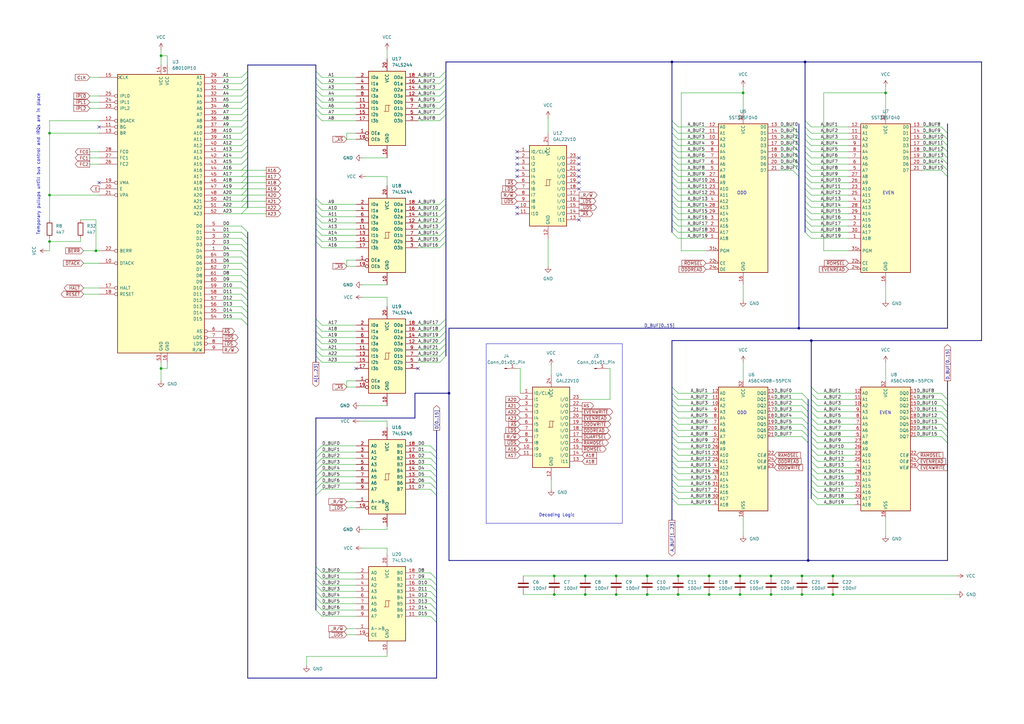
<source format=kicad_sch>
(kicad_sch (version 20230121) (generator eeschema)
  (paper "A3")
  (title_block (title "Mats Brorson 68010 SBC CPU") (rev "1.0-alpha"))
  (lib_symbols
    (symbol "74xx:74LS244" (pin_names (offset 1.016))
      (property "Reference" "U" (at -7.62 16.51 0))
      (property "Value" "74LS244" (at -7.62 -16.51 0))
      (symbol "74LS244_1_0"
        (pin input inverted (at -12.7 -10.16 0) (length 5.08) (name "OEa") (number "1"))
        (pin power_in line (at 0 -20.32 90) (length 5.08) (name "GND") (number "10"))
        (pin input line (at -12.7 2.54 0) (length 5.08) (name "I0b") (number "11"))
        (pin tri_state line (at 12.7 5.08 180) (length 5.08) (name "O3a") (number "12"))
        (pin input line (at -12.7 0 0) (length 5.08) (name "I1b") (number "13"))
        (pin tri_state line (at 12.7 7.62 180) (length 5.08) (name "O2a") (number "14"))
        (pin input line (at -12.7 -2.54 0) (length 5.08) (name "I2b") (number "15"))
        (pin tri_state line (at 12.7 10.16 180) (length 5.08) (name "O1a") (number "16"))
        (pin input line (at -12.7 -5.08 0) (length 5.08) (name "I3b") (number "17"))
        (pin tri_state line (at 12.7 12.7 180) (length 5.08) (name "O0a") (number "18"))
        (pin input inverted (at -12.7 -12.7 0) (length 5.08) (name "OEb") (number "19"))
        (pin input line (at -12.7 12.7 0) (length 5.08) (name "I0a") (number "2"))
        (pin power_in line (at 0 20.32 270) (length 5.08) (name "VCC") (number "20"))
        (pin tri_state line (at 12.7 -5.08 180) (length 5.08) (name "O3b") (number "3"))
        (pin input line (at -12.7 10.16 0) (length 5.08) (name "I1a") (number "4"))
        (pin tri_state line (at 12.7 -2.54 180) (length 5.08) (name "O2b") (number "5"))
        (pin input line (at -12.7 7.62 0) (length 5.08) (name "I2a") (number "6"))
        (pin tri_state line (at 12.7 0 180) (length 5.08) (name "O1b") (number "7"))
        (pin input line (at -12.7 5.08 0) (length 5.08) (name "I3a") (number "8"))
        (pin tri_state line (at 12.7 2.54 180) (length 5.08) (name "O0b") (number "9"))
      )
    )
    (symbol "74xx:74LS245" (pin_names (offset 1.016))
      (property "Reference" "U" (at -7.62 16.51 0))
      (property "Value" "74LS245" (at -7.62 -16.51 0))
      (symbol "74LS245_1_0"
        (pin input line (at -12.7 -10.16 0) (length 5.08) (name "A->B") (number "1"))
        (pin power_in line (at 0 -20.32 90) (length 5.08) (name "GND") (number "10"))
        (pin tri_state line (at 12.7 -5.08 180) (length 5.08) (name "B7") (number "11"))
        (pin tri_state line (at 12.7 -2.54 180) (length 5.08) (name "B6") (number "12"))
        (pin tri_state line (at 12.7 0 180) (length 5.08) (name "B5") (number "13"))
        (pin tri_state line (at 12.7 2.54 180) (length 5.08) (name "B4") (number "14"))
        (pin tri_state line (at 12.7 5.08 180) (length 5.08) (name "B3") (number "15"))
        (pin tri_state line (at 12.7 7.62 180) (length 5.08) (name "B2") (number "16"))
        (pin tri_state line (at 12.7 10.16 180) (length 5.08) (name "B1") (number "17"))
        (pin tri_state line (at 12.7 12.7 180) (length 5.08) (name "B0") (number "18"))
        (pin input inverted (at -12.7 -12.7 0) (length 5.08) (name "CE") (number "19"))
        (pin tri_state line (at -12.7 12.7 0) (length 5.08) (name "A0") (number "2"))
        (pin power_in line (at 0 20.32 270) (length 5.08) (name "VCC") (number "20"))
        (pin tri_state line (at -12.7 10.16 0) (length 5.08) (name "A1") (number "3"))
        (pin tri_state line (at -12.7 7.62 0) (length 5.08) (name "A2") (number "4"))
        (pin tri_state line (at -12.7 5.08 0) (length 5.08) (name "A3") (number "5"))
        (pin tri_state line (at -12.7 2.54 0) (length 5.08) (name "A4") (number "6"))
        (pin tri_state line (at -12.7 0 0) (length 5.08) (name "A5") (number "7"))
        (pin tri_state line (at -12.7 -2.54 0) (length 5.08) (name "A6") (number "8"))
        (pin tri_state line (at -12.7 -5.08 0) (length 5.08) (name "A7") (number "9"))
      )
    )
    (symbol "CPU_NXP_68000:68000D" (pin_names (offset 0.762))
      (property "Reference" "U" (at 0 2.54 0))
      (property "Value" "68000D" (at 0 -3.81 0))
      (symbol "68000D_1_1"
        (pin bidirectional line (at 25.4 -15.24 180) (length 7.62) (name "D4") (number "1"))
        (pin input inverted (at -25.4 -20.32 0) (length 7.62) (name "DTACK") (number "10"))
        (pin output inverted (at -25.4 35.56 0) (length 7.62) (name "BG") (number "11"))
        (pin input inverted (at -25.4 38.1 0) (length 7.62) (name "BGACK") (number "12"))
        (pin input inverted (at -25.4 33.02 0) (length 7.62) (name "BR") (number "13"))
        (pin power_in line (at 0 60.96 270) (length 3.81) (name "VCC") (number "14"))
        (pin input clock (at -25.4 55.88 0) (length 7.62) (name "CLK") (number "15"))
        (pin power_in line (at 2.54 -60.96 90) (length 3.81) (name "GND") (number "16"))
        (pin bidirectional inverted (at -25.4 -30.48 0) (length 7.62) (name "HALT") (number "17"))
        (pin bidirectional inverted (at -25.4 -33.02 0) (length 7.62) (name "RESET") (number "18"))
        (pin output inverted (at -25.4 12.7 0) (length 7.62) (name "VMA") (number "19"))
        (pin bidirectional line (at 25.4 -12.7 180) (length 7.62) (name "D3") (number "2"))
        (pin output line (at -25.4 10.16 0) (length 7.62) (name "E") (number "20"))
        (pin input inverted (at -25.4 7.62 0) (length 7.62) (name "VPA") (number "21"))
        (pin input inverted (at -25.4 -15.24 0) (length 7.62) (name "BERR") (number "22"))
        (pin input inverted (at -25.4 43.18 0) (length 7.62) (name "IPL2") (number "23"))
        (pin input inverted (at -25.4 45.72 0) (length 7.62) (name "IPL1") (number "24"))
        (pin input inverted (at -25.4 48.26 0) (length 7.62) (name "IPL0") (number "25"))
        (pin output line (at -25.4 20.32 0) (length 7.62) (name "FC2") (number "26"))
        (pin output line (at -25.4 22.86 0) (length 7.62) (name "FC1") (number "27"))
        (pin output line (at -25.4 25.4 0) (length 7.62) (name "FC0") (number "28"))
        (pin output line (at 25.4 55.88 180) (length 7.62) (name "A1") (number "29"))
        (pin bidirectional line (at 25.4 -10.16 180) (length 7.62) (name "D2") (number "3"))
        (pin output line (at 25.4 53.34 180) (length 7.62) (name "A2") (number "30"))
        (pin output line (at 25.4 50.8 180) (length 7.62) (name "A3") (number "31"))
        (pin output line (at 25.4 48.26 180) (length 7.62) (name "A4") (number "32"))
        (pin output line (at 25.4 45.72 180) (length 7.62) (name "A5") (number "33"))
        (pin output line (at 25.4 43.18 180) (length 7.62) (name "A6") (number "34"))
        (pin output line (at 25.4 40.64 180) (length 7.62) (name "A7") (number "35"))
        (pin output line (at 25.4 38.1 180) (length 7.62) (name "A8") (number "36"))
        (pin output line (at 25.4 35.56 180) (length 7.62) (name "A9") (number "37"))
        (pin output line (at 25.4 33.02 180) (length 7.62) (name "A10") (number "38"))
        (pin output line (at 25.4 30.48 180) (length 7.62) (name "A11") (number "39"))
        (pin bidirectional line (at 25.4 -7.62 180) (length 7.62) (name "D1") (number "4"))
        (pin output line (at 25.4 27.94 180) (length 7.62) (name "A12") (number "40"))
        (pin output line (at 25.4 25.4 180) (length 7.62) (name "A13") (number "41"))
        (pin output line (at 25.4 22.86 180) (length 7.62) (name "A14") (number "42"))
        (pin output line (at 25.4 20.32 180) (length 7.62) (name "A15") (number "43"))
        (pin output line (at 25.4 17.78 180) (length 7.62) (name "A16") (number "44"))
        (pin output line (at 25.4 15.24 180) (length 7.62) (name "A17") (number "45"))
        (pin output line (at 25.4 12.7 180) (length 7.62) (name "A18") (number "46"))
        (pin output line (at 25.4 10.16 180) (length 7.62) (name "A19") (number "47"))
        (pin output line (at 25.4 7.62 180) (length 7.62) (name "A20") (number "48"))
        (pin power_in line (at 2.54 60.96 270) (length 3.81) (name "VCC") (number "49"))
        (pin bidirectional line (at 25.4 -5.08 180) (length 7.62) (name "D0") (number "5"))
        (pin output line (at 25.4 5.08 180) (length 7.62) (name "A21") (number "50"))
        (pin output line (at 25.4 2.54 180) (length 7.62) (name "A22") (number "51"))
        (pin output line (at 25.4 0 180) (length 7.62) (name "A23") (number "52"))
        (pin power_in line (at 0 -60.96 90) (length 3.81) (name "GND") (number "53"))
        (pin bidirectional line (at 25.4 -43.18 180) (length 7.62) (name "D15") (number "54"))
        (pin bidirectional line (at 25.4 -40.64 180) (length 7.62) (name "D14") (number "55"))
        (pin bidirectional line (at 25.4 -38.1 180) (length 7.62) (name "D13") (number "56"))
        (pin bidirectional line (at 25.4 -35.56 180) (length 7.62) (name "D12") (number "57"))
        (pin bidirectional line (at 25.4 -33.02 180) (length 7.62) (name "D11") (number "58"))
        (pin bidirectional line (at 25.4 -30.48 180) (length 7.62) (name "D10") (number "59"))
        (pin output inverted (at 25.4 -48.26 180) (length 7.62) (name "AS") (number "6"))
        (pin bidirectional line (at 25.4 -27.94 180) (length 7.62) (name "D9") (number "60"))
        (pin bidirectional line (at 25.4 -25.4 180) (length 7.62) (name "D8") (number "61"))
        (pin bidirectional line (at 25.4 -22.86 180) (length 7.62) (name "D7") (number "62"))
        (pin bidirectional line (at 25.4 -20.32 180) (length 7.62) (name "D6") (number "63"))
        (pin bidirectional line (at 25.4 -17.78 180) (length 7.62) (name "D5") (number "64"))
        (pin output inverted (at 25.4 -50.8 180) (length 7.62) (name "UDS") (number "7"))
        (pin output inverted (at 25.4 -53.34 180) (length 7.62) (name "LDS") (number "8"))
        (pin output line (at 25.4 -55.88 180) (length 7.62) (name "R/W") (number "9"))
      )
    )
    (symbol "Connector:Conn_01x01_Pin" (pin_names (offset 1.016) hide)
      (property "Reference" "J" (at 0 2.54 0))
      (property "Value" "Conn_01x01_Pin" (at 0 -2.54 0))
      (symbol "Conn_01x01_Pin_1_1"
        (pin passive line (at 5.08 0 180) (length 3.81) (name "Pin_1") (number "1"))
      )
    )
    (symbol "Device:C" (pin_numbers hide) (pin_names (offset 0.254))
      (property "Reference" "C" (at 0.635 2.54 0))
      (property "Value" "C" (at 0.635 -2.54 0))
      (symbol "C_1_1"
        (pin passive line (at 0 3.81 270) (length 2.794) (name "~") (number "1"))
        (pin passive line (at 0 -3.81 90) (length 2.794) (name "~") (number "2"))
      )
    )
    (symbol "Device:R" (pin_numbers hide) (pin_names (offset 0))
      (property "Reference" "R" (at 2.032 0 90))
      (property "Value" "R" (at 0 0 90))
      (symbol "R_1_1"
        (pin passive line (at 0 3.81 270) (length 1.27) (name "~") (number "1"))
        (pin passive line (at 0 -3.81 90) (length 1.27) (name "~") (number "2"))
      )
    )
    (symbol "Lattice_GAL_sym:GAL22V10"
      (property "Reference" "U" (at -27.94 0 0))
      (property "Value" "GAL22V10" (at 0 0 0))
      (symbol "GAL22V10_1_0"
        (pin input line (at -12.7 12.7 0) (length 5.08) (name "I0/CLK") (number "1"))
        (pin input line (at -12.7 -10.16 0) (length 5.08) (name "I9") (number "10"))
        (pin input line (at -12.7 -12.7 0) (length 5.08) (name "I10") (number "11"))
        (pin power_in line (at 0 -22.86 90) (length 5.08) (name "GND") (number "12"))
        (pin input line (at 12.7 -15.24 180) (length 5.08) (name "I11") (number "13"))
        (pin bidirectional line (at 12.7 -12.7 180) (length 5.08) (name "I/O") (number "14"))
        (pin bidirectional line (at 12.7 -10.16 180) (length 5.08) (name "I/O") (number "15"))
        (pin bidirectional line (at 12.7 -7.62 180) (length 5.08) (name "I/O") (number "16"))
        (pin bidirectional line (at 12.7 -5.08 180) (length 5.08) (name "I/O") (number "17"))
        (pin bidirectional line (at 12.7 -2.54 180) (length 5.08) (name "I/O") (number "18"))
        (pin bidirectional line (at 12.7 0 180) (length 5.08) (name "I/O") (number "19"))
        (pin input line (at -12.7 10.16 0) (length 5.08) (name "I1") (number "2"))
        (pin bidirectional line (at 12.7 2.54 180) (length 5.08) (name "I/O") (number "20"))
        (pin bidirectional line (at 12.7 5.08 180) (length 5.08) (name "I/O") (number "21"))
        (pin bidirectional line (at 12.7 7.62 180) (length 5.08) (name "I/O") (number "22"))
        (pin bidirectional line (at 12.7 10.16 180) (length 5.08) (name "I/O") (number "23"))
        (pin power_in line (at 0 20.32 270) (length 5.08) (name "VCC") (number "24"))
        (pin input line (at -12.7 7.62 0) (length 5.08) (name "I2") (number "3"))
        (pin input line (at -12.7 5.08 0) (length 5.08) (name "I3") (number "4"))
        (pin input line (at -12.7 2.54 0) (length 5.08) (name "I4") (number "5"))
        (pin input line (at -12.7 0 0) (length 5.08) (name "I5") (number "6"))
        (pin input line (at -12.7 -2.54 0) (length 5.08) (name "I6") (number "7"))
        (pin input line (at -12.7 -5.08 0) (length 5.08) (name "I7") (number "8"))
        (pin input line (at -12.7 -7.62 0) (length 5.08) (name "I8") (number "9"))
      )
    )
    (symbol "Memory_Flash:SST39SF040"
      (property "Reference" "U" (at 2.54 33.02 0))
      (property "Value" "SST39SF040" (at 0 -30.48 0))
      (symbol "SST39SF040_0_0"
        (pin power_in line (at 0 -34.29 90) (length 5.08) (name "GND") (number "16"))
        (pin power_in line (at 0 36.83 270) (length 5.08) (name "VCC") (number "32"))
      )
      (symbol "SST39SF040_1_1"
        (pin input line (at -15.24 -15.24 0) (length 5.08) (name "A18") (number "1"))
        (pin input line (at -15.24 25.4 0) (length 5.08) (name "A2") (number "10"))
        (pin input line (at -15.24 27.94 0) (length 5.08) (name "A1") (number "11"))
        (pin input line (at -15.24 30.48 0) (length 5.08) (name "A0") (number "12"))
        (pin tri_state line (at 15.24 30.48 180) (length 5.08) (name "D0") (number "13"))
        (pin tri_state line (at 15.24 27.94 180) (length 5.08) (name "D1") (number "14"))
        (pin tri_state line (at 15.24 25.4 180) (length 5.08) (name "D2") (number "15"))
        (pin tri_state line (at 15.24 22.86 180) (length 5.08) (name "D3") (number "17"))
        (pin tri_state line (at 15.24 20.32 180) (length 5.08) (name "D4") (number "18"))
        (pin tri_state line (at 15.24 17.78 180) (length 5.08) (name "D5") (number "19"))
        (pin input line (at -15.24 -10.16 0) (length 5.08) (name "A16") (number "2"))
        (pin tri_state line (at 15.24 15.24 180) (length 5.08) (name "D6") (number "20"))
        (pin tri_state line (at 15.24 12.7 180) (length 5.08) (name "D7") (number "21"))
        (pin input input_low (at -15.24 -25.4 0) (length 5.08) (name "CE") (number "22"))
        (pin input line (at -15.24 5.08 0) (length 5.08) (name "A10") (number "23"))
        (pin input input_low (at -15.24 -27.94 0) (length 5.08) (name "OE") (number "24"))
        (pin input line (at -15.24 2.54 0) (length 5.08) (name "A11") (number "25"))
        (pin input line (at -15.24 7.62 0) (length 5.08) (name "A9") (number "26"))
        (pin input line (at -15.24 10.16 0) (length 5.08) (name "A8") (number "27"))
        (pin input line (at -15.24 -2.54 0) (length 5.08) (name "A13") (number "28"))
        (pin input line (at -15.24 -5.08 0) (length 5.08) (name "A14") (number "29"))
        (pin input line (at -15.24 -7.62 0) (length 5.08) (name "A15") (number "3"))
        (pin input line (at -15.24 -12.7 0) (length 5.08) (name "A17") (number "30"))
        (pin input input_low (at -15.24 -20.32 0) (length 5.08) (name "PGM") (number "31"))
        (pin input line (at -15.24 0 0) (length 5.08) (name "A12") (number "4"))
        (pin input line (at -15.24 12.7 0) (length 5.08) (name "A7") (number "5"))
        (pin input line (at -15.24 15.24 0) (length 5.08) (name "A6") (number "6"))
        (pin input line (at -15.24 17.78 0) (length 5.08) (name "A5") (number "7"))
        (pin input line (at -15.24 20.32 0) (length 5.08) (name "A4") (number "8"))
        (pin input line (at -15.24 22.86 0) (length 5.08) (name "A3") (number "9"))
      )
    )
    (symbol "Memory_RAM:AS6C4008-55PCN"
      (property "Reference" "U" (at -10.16 26.035 0))
      (property "Value" "AS6C4008-55PCN" (at 2.54 26.035 0))
      (symbol "AS6C4008-55PCN_0_0"
        (pin power_in line (at 0 -27.94 90) (length 2.54) (name "VSS") (number "16"))
        (pin power_in line (at 0 27.94 270) (length 2.54) (name "VCC") (number "32"))
      )
      (symbol "AS6C4008-55PCN_1_1"
        (pin input line (at -12.7 -22.86 0) (length 2.54) (name "A18") (number "1"))
        (pin input line (at -12.7 17.78 0) (length 2.54) (name "A2") (number "10"))
        (pin input line (at -12.7 20.32 0) (length 2.54) (name "A1") (number "11"))
        (pin input line (at -12.7 22.86 0) (length 2.54) (name "A0") (number "12"))
        (pin tri_state line (at 12.7 22.86 180) (length 2.54) (name "DQ0") (number "13"))
        (pin tri_state line (at 12.7 20.32 180) (length 2.54) (name "DQ1") (number "14"))
        (pin tri_state line (at 12.7 17.78 180) (length 2.54) (name "DQ2") (number "15"))
        (pin tri_state line (at 12.7 15.24 180) (length 2.54) (name "DQ3") (number "17"))
        (pin tri_state line (at 12.7 12.7 180) (length 2.54) (name "DQ4") (number "18"))
        (pin tri_state line (at 12.7 10.16 180) (length 2.54) (name "DQ5") (number "19"))
        (pin input line (at -12.7 -17.78 0) (length 2.54) (name "A16") (number "2"))
        (pin tri_state line (at 12.7 7.62 180) (length 2.54) (name "DQ6") (number "20"))
        (pin tri_state line (at 12.7 5.08 180) (length 2.54) (name "DQ7") (number "21"))
        (pin input line (at 12.7 -2.54 180) (length 2.54) (name "CE#") (number "22"))
        (pin input line (at -12.7 -2.54 0) (length 2.54) (name "A10") (number "23"))
        (pin input line (at 12.7 -5.08 180) (length 2.54) (name "OE#") (number "24"))
        (pin input line (at -12.7 -5.08 0) (length 2.54) (name "A11") (number "25"))
        (pin input line (at -12.7 0 0) (length 2.54) (name "A9") (number "26"))
        (pin input line (at -12.7 2.54 0) (length 2.54) (name "A8") (number "27"))
        (pin input line (at -12.7 -10.16 0) (length 2.54) (name "A13") (number "28"))
        (pin input line (at 12.7 -7.62 180) (length 2.54) (name "WE#") (number "29"))
        (pin input line (at -12.7 -12.7 0) (length 2.54) (name "A14") (number "3"))
        (pin input line (at -12.7 -20.32 0) (length 2.54) (name "A17") (number "30"))
        (pin input line (at -12.7 -15.24 0) (length 2.54) (name "A15") (number "31"))
        (pin input line (at -12.7 -7.62 0) (length 2.54) (name "A12") (number "4"))
        (pin input line (at -12.7 5.08 0) (length 2.54) (name "A7") (number "5"))
        (pin input line (at -12.7 7.62 0) (length 2.54) (name "A6") (number "6"))
        (pin input line (at -12.7 10.16 0) (length 2.54) (name "A5") (number "7"))
        (pin input line (at -12.7 12.7 0) (length 2.54) (name "A4") (number "8"))
        (pin input line (at -12.7 15.24 0) (length 2.54) (name "A3") (number "9"))
      )
    )
    (symbol "power:GND" (power) (pin_names (offset 0))
      (property "Value" "GND" (at 0 -3.81 0))
      (symbol "GND_1_1"
        (pin power_in line (at 0 0 270) (length 0) hide (name "GND") (number "1"))
      )
    )
    (symbol "power:VCC" (power) (pin_names (offset 0))
      (property "Value" "VCC" (at 0 3.81 0))
      (symbol "VCC_1_1"
        (pin power_in line (at 0 0 90) (length 0) hide (name "VCC") (number "1"))
      )
    )
  )
  (junction (at 252.73 243.84))
  (junction (at 265.43 243.84))
  (junction (at 20.32 80.01))
  (junction (at 328.93 236.22))
  (junction (at 316.23 236.22))
  (junction (at 240.03 236.22))
  (junction (at 330.2 25.4))
  (junction (at 341.63 236.22))
  (junction (at 20.32 99.06))
  (junction (at 327.66 134.62))
  (junction (at 39.37 102.87))
  (junction (at 328.93 243.84))
  (junction (at 252.73 236.22))
  (junction (at 304.8 38.1))
  (junction (at 303.53 236.22))
  (junction (at 303.53 243.84))
  (junction (at 290.83 243.84))
  (junction (at 240.03 243.84))
  (junction (at 278.13 243.84))
  (junction (at 316.23 243.84))
  (junction (at 363.22 38.1))
  (junction (at 290.83 236.22))
  (junction (at 227.33 243.84))
  (junction (at 278.13 236.22))
  (junction (at 66.04 151.13))
  (junction (at 341.63 243.84))
  (junction (at 227.33 236.22))
  (junction (at 184.15 161.29))
  (junction (at 66.04 22.86))
  (junction (at 332.74 139.7))
  (junction (at 275.59 25.4))
  (junction (at 265.43 236.22))
  (junction (at 20.32 54.61))
  (junction (at 331.47 229.87))
  (no_connect (at 146.05 151.13))
  (no_connect (at 237.49 90.17))
  (no_connect (at 212.09 87.63))
  (no_connect (at 212.09 72.39))
  (no_connect (at 212.09 69.85))
  (no_connect (at 40.64 74.93))
  (no_connect (at 237.49 77.47))
  (no_connect (at 171.45 151.13))
  (no_connect (at 212.09 67.31))
  (no_connect (at 237.49 74.93))
  (no_connect (at 212.09 62.23))
  (no_connect (at 212.09 64.77))
  (no_connect (at 212.09 85.09))
  (no_connect (at 40.64 52.07))
  (no_connect (at 237.49 67.31))
  (no_connect (at 237.49 72.39))
  (no_connect (at 237.49 64.77))
  (no_connect (at 237.49 69.85))
  (bus_entry (at 275.59 57.15) (size 2.54 2.54))
  (bus_entry (at 182.88 34.29) (size -2.54 2.54))
  (bus_entry (at 179.07 250.19) (size -2.54 -2.54))
  (bus_entry (at 179.07 247.65) (size -2.54 -2.54))
  (bus_entry (at 101.6 72.39) (size -2.54 2.54))
  (bus_entry (at 327.66 64.77) (size -2.54 -2.54))
  (bus_entry (at 327.66 62.23) (size -2.54 -2.54))
  (bus_entry (at 331.47 166.37) (size -2.54 -2.54))
  (bus_entry (at 101.6 95.25) (size -2.54 -2.54))
  (bus_entry (at 101.6 85.09) (size -2.54 2.54))
  (bus_entry (at 388.62 179.07) (size -2.54 -2.54))
  (bus_entry (at 388.62 67.31) (size -2.54 -2.54))
  (bus_entry (at 179.07 240.03) (size -2.54 -2.54))
  (bus_entry (at 332.74 191.77) (size 2.54 2.54))
  (bus_entry (at 129.54 242.57) (size 2.54 2.54))
  (bus_entry (at 182.88 86.36) (size -2.54 2.54))
  (bus_entry (at 388.62 72.39) (size -2.54 -2.54))
  (bus_entry (at 101.6 57.15) (size -2.54 2.54))
  (bus_entry (at 101.6 46.99) (size -2.54 2.54))
  (bus_entry (at 179.07 195.58) (size -2.54 -2.54))
  (bus_entry (at 129.54 88.9) (size 2.54 2.54))
  (bus_entry (at 275.59 173.99) (size 2.54 2.54))
  (bus_entry (at 330.2 64.77) (size 2.54 2.54))
  (bus_entry (at 101.6 54.61) (size -2.54 2.54))
  (bus_entry (at 101.6 120.65) (size -2.54 -2.54))
  (bus_entry (at 129.54 81.28) (size 2.54 2.54))
  (bus_entry (at 179.07 190.5) (size -2.54 -2.54))
  (bus_entry (at 101.6 67.31) (size -2.54 2.54))
  (bus_entry (at 129.54 34.29) (size 2.54 2.54))
  (bus_entry (at 182.88 133.35) (size -2.54 2.54))
  (bus_entry (at 101.6 69.85) (size -2.54 2.54))
  (bus_entry (at 101.6 80.01) (size -2.54 2.54))
  (bus_entry (at 101.6 110.49) (size -2.54 -2.54))
  (bus_entry (at 179.07 193.04) (size -2.54 -2.54))
  (bus_entry (at 179.07 187.96) (size -2.54 -2.54))
  (bus_entry (at 101.6 113.03) (size -2.54 -2.54))
  (bus_entry (at 388.62 166.37) (size -2.54 -2.54))
  (bus_entry (at 331.47 181.61) (size -2.54 -2.54))
  (bus_entry (at 330.2 52.07) (size 2.54 2.54))
  (bus_entry (at 182.88 83.82) (size -2.54 2.54))
  (bus_entry (at 129.54 41.91) (size 2.54 2.54))
  (bus_entry (at 275.59 191.77) (size 2.54 2.54))
  (bus_entry (at 101.6 115.57) (size -2.54 -2.54))
  (bus_entry (at 330.2 67.31) (size 2.54 2.54))
  (bus_entry (at 182.88 44.45) (size -2.54 2.54))
  (bus_entry (at 275.59 64.77) (size 2.54 2.54))
  (bus_entry (at 129.54 93.98) (size 2.54 2.54))
  (bus_entry (at 182.88 143.51) (size -2.54 2.54))
  (bus_entry (at 332.74 168.91) (size 2.54 2.54))
  (bus_entry (at 388.62 57.15) (size -2.54 -2.54))
  (bus_entry (at 332.74 166.37) (size 2.54 2.54))
  (bus_entry (at 182.88 96.52) (size -2.54 2.54))
  (bus_entry (at 275.59 87.63) (size 2.54 2.54))
  (bus_entry (at 275.59 196.85) (size 2.54 2.54))
  (bus_entry (at 101.6 62.23) (size -2.54 2.54))
  (bus_entry (at 129.54 203.2) (size 2.54 -2.54))
  (bus_entry (at 182.88 135.89) (size -2.54 2.54))
  (bus_entry (at 388.62 168.91) (size -2.54 -2.54))
  (bus_entry (at 129.54 187.96) (size 2.54 -2.54))
  (bus_entry (at 129.54 140.97) (size 2.54 2.54))
  (bus_entry (at 332.74 179.07) (size 2.54 2.54))
  (bus_entry (at 327.66 59.69) (size -2.54 -2.54))
  (bus_entry (at 332.74 184.15) (size 2.54 2.54))
  (bus_entry (at 129.54 143.51) (size 2.54 2.54))
  (bus_entry (at 101.6 77.47) (size -2.54 2.54))
  (bus_entry (at 330.2 59.69) (size 2.54 2.54))
  (bus_entry (at 129.54 234.95) (size 2.54 2.54))
  (bus_entry (at 330.2 49.53) (size 2.54 2.54))
  (bus_entry (at 182.88 31.75) (size -2.54 2.54))
  (bus_entry (at 275.59 163.83) (size 2.54 2.54))
  (bus_entry (at 275.59 67.31) (size 2.54 2.54))
  (bus_entry (at 330.2 62.23) (size 2.54 2.54))
  (bus_entry (at 129.54 237.49) (size 2.54 2.54))
  (bus_entry (at 330.2 74.93) (size 2.54 2.54))
  (bus_entry (at 129.54 138.43) (size 2.54 2.54))
  (bus_entry (at 101.6 31.75) (size -2.54 2.54))
  (bus_entry (at 332.74 173.99) (size 2.54 2.54))
  (bus_entry (at 330.2 80.01) (size 2.54 2.54))
  (bus_entry (at 129.54 99.06) (size 2.54 2.54))
  (bus_entry (at 101.6 41.91) (size -2.54 2.54))
  (bus_entry (at 275.59 179.07) (size 2.54 2.54))
  (bus_entry (at 330.2 72.39) (size 2.54 2.54))
  (bus_entry (at 330.2 95.25) (size 2.54 2.54))
  (bus_entry (at 275.59 80.01) (size 2.54 2.54))
  (bus_entry (at 388.62 54.61) (size -2.54 -2.54))
  (bus_entry (at 332.74 161.29) (size 2.54 2.54))
  (bus_entry (at 275.59 204.47) (size 2.54 2.54))
  (bus_entry (at 129.54 232.41) (size 2.54 2.54))
  (bus_entry (at 182.88 41.91) (size -2.54 2.54))
  (bus_entry (at 275.59 189.23) (size 2.54 2.54))
  (bus_entry (at 388.62 173.99) (size -2.54 -2.54))
  (bus_entry (at 101.6 49.53) (size -2.54 2.54))
  (bus_entry (at 101.6 125.73) (size -2.54 -2.54))
  (bus_entry (at 332.74 181.61) (size 2.54 2.54))
  (bus_entry (at 101.6 97.79) (size -2.54 -2.54))
  (bus_entry (at 101.6 133.35) (size -2.54 -2.54))
  (bus_entry (at 182.88 99.06) (size -2.54 2.54))
  (bus_entry (at 275.59 49.53) (size 2.54 2.54))
  (bus_entry (at 129.54 91.44) (size 2.54 2.54))
  (bus_entry (at 275.59 201.93) (size 2.54 2.54))
  (bus_entry (at 182.88 29.21) (size -2.54 2.54))
  (bus_entry (at 179.07 237.49) (size -2.54 -2.54))
  (bus_entry (at 388.62 69.85) (size -2.54 -2.54))
  (bus_entry (at 129.54 29.21) (size 2.54 2.54))
  (bus_entry (at 275.59 62.23) (size 2.54 2.54))
  (bus_entry (at 332.74 201.93) (size 2.54 2.54))
  (bus_entry (at 332.74 189.23) (size 2.54 2.54))
  (bus_entry (at 129.54 83.82) (size 2.54 2.54))
  (bus_entry (at 182.88 91.44) (size -2.54 2.54))
  (bus_entry (at 331.47 179.07) (size -2.54 -2.54))
  (bus_entry (at 129.54 240.03) (size 2.54 2.54))
  (bus_entry (at 101.6 100.33) (size -2.54 -2.54))
  (bus_entry (at 179.07 255.27) (size -2.54 -2.54))
  (bus_entry (at 179.07 198.12) (size -2.54 -2.54))
  (bus_entry (at 101.6 130.81) (size -2.54 -2.54))
  (bus_entry (at 182.88 36.83) (size -2.54 2.54))
  (bus_entry (at 129.54 130.81) (size 2.54 2.54))
  (bus_entry (at 327.66 69.85) (size -2.54 -2.54))
  (bus_entry (at 101.6 34.29) (size -2.54 2.54))
  (bus_entry (at 388.62 163.83) (size -2.54 -2.54))
  (bus_entry (at 101.6 74.93) (size -2.54 2.54))
  (bus_entry (at 332.74 158.75) (size 2.54 2.54))
  (bus_entry (at 182.88 46.99) (size -2.54 2.54))
  (bus_entry (at 101.6 39.37) (size -2.54 2.54))
  (bus_entry (at 101.6 118.11) (size -2.54 -2.54))
  (bus_entry (at 129.54 247.65) (size 2.54 2.54))
  (bus_entry (at 129.54 185.42) (size 2.54 -2.54))
  (bus_entry (at 275.59 95.25) (size 2.54 2.54))
  (bus_entry (at 275.59 54.61) (size 2.54 2.54))
  (bus_entry (at 330.2 57.15) (size 2.54 2.54))
  (bus_entry (at 101.6 52.07) (size -2.54 2.54))
  (bus_entry (at 332.74 186.69) (size 2.54 2.54))
  (bus_entry (at 101.6 29.21) (size -2.54 2.54))
  (bus_entry (at 275.59 186.69) (size 2.54 2.54))
  (bus_entry (at 275.59 161.29) (size 2.54 2.54))
  (bus_entry (at 330.2 69.85) (size 2.54 2.54))
  (bus_entry (at 101.6 64.77) (size -2.54 2.54))
  (bus_entry (at 331.47 171.45) (size -2.54 -2.54))
  (bus_entry (at 129.54 193.04) (size 2.54 -2.54))
  (bus_entry (at 275.59 166.37) (size 2.54 2.54))
  (bus_entry (at 327.66 72.39) (size -2.54 -2.54))
  (bus_entry (at 388.62 176.53) (size -2.54 -2.54))
  (bus_entry (at 101.6 107.95) (size -2.54 -2.54))
  (bus_entry (at 275.59 184.15) (size 2.54 2.54))
  (bus_entry (at 101.6 44.45) (size -2.54 2.54))
  (bus_entry (at 179.07 242.57) (size -2.54 -2.54))
  (bus_entry (at 179.07 200.66) (size -2.54 -2.54))
  (bus_entry (at 275.59 59.69) (size 2.54 2.54))
  (bus_entry (at 388.62 64.77) (size -2.54 -2.54))
  (bus_entry (at 330.2 90.17) (size 2.54 2.54))
  (bus_entry (at 101.6 105.41) (size -2.54 -2.54))
  (bus_entry (at 275.59 90.17) (size 2.54 2.54))
  (bus_entry (at 331.47 163.83) (size -2.54 -2.54))
  (bus_entry (at 129.54 39.37) (size 2.54 2.54))
  (bus_entry (at 182.88 140.97) (size -2.54 2.54))
  (bus_entry (at 275.59 176.53) (size 2.54 2.54))
  (bus_entry (at 332.74 176.53) (size 2.54 2.54))
  (bus_entry (at 182.88 93.98) (size -2.54 2.54))
  (bus_entry (at 332.74 171.45) (size 2.54 2.54))
  (bus_entry (at 330.2 85.09) (size 2.54 2.54))
  (bus_entry (at 332.74 163.83) (size 2.54 2.54))
  (bus_entry (at 275.59 199.39) (size 2.54 2.54))
  (bus_entry (at 129.54 190.5) (size 2.54 -2.54))
  (bus_entry (at 129.54 198.12) (size 2.54 -2.54))
  (bus_entry (at 327.66 67.31) (size -2.54 -2.54))
  (bus_entry (at 129.54 46.99) (size 2.54 2.54))
  (bus_entry (at 179.07 185.42) (size -2.54 -2.54))
  (bus_entry (at 179.07 245.11) (size -2.54 -2.54))
  (bus_entry (at 129.54 195.58) (size 2.54 -2.54))
  (bus_entry (at 331.47 173.99) (size -2.54 -2.54))
  (bus_entry (at 179.07 252.73) (size -2.54 -2.54))
  (bus_entry (at 388.62 181.61) (size -2.54 -2.54))
  (bus_entry (at 129.54 31.75) (size 2.54 2.54))
  (bus_entry (at 101.6 128.27) (size -2.54 -2.54))
  (bus_entry (at 275.59 181.61) (size 2.54 2.54))
  (bus_entry (at 330.2 82.55) (size 2.54 2.54))
  (bus_entry (at 330.2 54.61) (size 2.54 2.54))
  (bus_entry (at 332.74 194.31) (size 2.54 2.54))
  (bus_entry (at 275.59 72.39) (size 2.54 2.54))
  (bus_entry (at 129.54 250.19) (size 2.54 2.54))
  (bus_entry (at 275.59 92.71) (size 2.54 2.54))
  (bus_entry (at 330.2 77.47) (size 2.54 2.54))
  (bus_entry (at 182.88 39.37) (size -2.54 2.54))
  (bus_entry (at 331.47 176.53) (size -2.54 -2.54))
  (bus_entry (at 330.2 92.71) (size 2.54 2.54))
  (bus_entry (at 129.54 86.36) (size 2.54 2.54))
  (bus_entry (at 332.74 196.85) (size 2.54 2.54))
  (bus_entry (at 275.59 158.75) (size 2.54 2.54))
  (bus_entry (at 129.54 245.11) (size 2.54 2.54))
  (bus_entry (at 182.88 81.28) (size -2.54 2.54))
  (bus_entry (at 101.6 59.69) (size -2.54 2.54))
  (bus_entry (at 101.6 82.55) (size -2.54 2.54))
  (bus_entry (at 101.6 123.19) (size -2.54 -2.54))
  (bus_entry (at 275.59 168.91) (size 2.54 2.54))
  (bus_entry (at 182.88 146.05) (size -2.54 2.54))
  (bus_entry (at 129.54 133.35) (size 2.54 2.54))
  (bus_entry (at 182.88 130.81) (size -2.54 2.54))
  (bus_entry (at 275.59 74.93) (size 2.54 2.54))
  (bus_entry (at 275.59 82.55) (size 2.54 2.54))
  (bus_entry (at 275.59 85.09) (size 2.54 2.54))
  (bus_entry (at 182.88 138.43) (size -2.54 2.54))
  (bus_entry (at 275.59 77.47) (size 2.54 2.54))
  (bus_entry (at 327.66 54.61) (size -2.54 -2.54))
  (bus_entry (at 275.59 171.45) (size 2.54 2.54))
  (bus_entry (at 129.54 36.83) (size 2.54 2.54))
  (bus_entry (at 275.59 52.07) (size 2.54 2.54))
  (bus_entry (at 129.54 200.66) (size 2.54 -2.54))
  (bus_entry (at 179.07 203.2) (size -2.54 -2.54))
  (bus_entry (at 332.74 204.47) (size 2.54 2.54))
  (bus_entry (at 331.47 168.91) (size -2.54 -2.54))
  (bus_entry (at 388.62 59.69) (size -2.54 -2.54))
  (bus_entry (at 129.54 135.89) (size 2.54 2.54))
  (bus_entry (at 129.54 44.45) (size 2.54 2.54))
  (bus_entry (at 275.59 69.85) (size 2.54 2.54))
  (bus_entry (at 129.54 96.52) (size 2.54 2.54))
  (bus_entry (at 182.88 88.9) (size -2.54 2.54))
  (bus_entry (at 101.6 102.87) (size -2.54 -2.54))
  (bus_entry (at 388.62 62.23) (size -2.54 -2.54))
  (bus_entry (at 388.62 171.45) (size -2.54 -2.54))
  (bus_entry (at 101.6 36.83) (size -2.54 2.54))
  (bus_entry (at 275.59 194.31) (size 2.54 2.54))
  (bus_entry (at 327.66 57.15) (size -2.54 -2.54))
  (bus_entry (at 129.54 146.05) (size 2.54 2.54))
  (bus_entry (at 330.2 87.63) (size 2.54 2.54))
  (bus_entry (at 332.74 199.39) (size 2.54 2.54))
  (wire (pts (xy 142.24 205.74) (xy 146.05 205.74)))
  (wire (pts (xy 316.23 243.84) (xy 328.93 243.84)))
  (bus (pts (xy 129.54 187.96) (xy 129.54 190.5)))
  (wire (pts (xy 278.13 90.17) (xy 289.56 90.17)))
  (bus (pts (xy 129.54 203.2) (xy 129.54 232.41)))
  (wire (pts (xy 132.08 44.45) (xy 146.05 44.45)))
  (wire (pts (xy 142.24 158.75) (xy 146.05 158.75)))
  (bus (pts (xy 330.2 62.23) (xy 330.2 64.77)))
  (bus (pts (xy 332.74 168.91) (xy 332.74 171.45)))
  (bus (pts (xy 275.59 181.61) (xy 275.59 184.15)))
  (wire (pts (xy 132.08 193.04) (xy 146.05 193.04)))
  (wire (pts (xy 278.13 243.84) (xy 290.83 243.84)))
  (bus (pts (xy 327.66 64.77) (xy 327.66 67.31)))
  (wire (pts (xy 240.03 243.84) (xy 252.73 243.84)))
  (bus (pts (xy 129.54 36.83) (xy 129.54 39.37)))
  (bus (pts (xy 330.2 72.39) (xy 330.2 74.93)))
  (bus (pts (xy 327.66 57.15) (xy 327.66 59.69)))
  (bus (pts (xy 101.6 115.57) (xy 101.6 118.11)))
  (wire (pts (xy 132.08 41.91) (xy 146.05 41.91)))
  (wire (pts (xy 335.28 186.69) (xy 350.52 186.69)))
  (wire (pts (xy 335.28 201.93) (xy 350.52 201.93)))
  (wire (pts (xy 39.37 90.17) (xy 39.37 102.87)))
  (bus (pts (xy 129.54 242.57) (xy 129.54 245.11)))
  (wire (pts (xy 317.5 173.99) (xy 328.93 173.99)))
  (wire (pts (xy 132.08 93.98) (xy 146.05 93.98)))
  (wire (pts (xy 91.44 41.91) (xy 99.06 41.91)))
  (wire (pts (xy 252.73 236.22) (xy 265.43 236.22)))
  (wire (pts (xy 91.44 130.81) (xy 99.06 130.81)))
  (bus (pts (xy 275.59 158.75) (xy 275.59 161.29)))
  (bus (pts (xy 101.6 133.35) (xy 101.6 278.13)))
  (wire (pts (xy 304.8 38.1) (xy 304.8 45.72)))
  (wire (pts (xy 278.13 161.29) (xy 292.1 161.29)))
  (wire (pts (xy 109.22 80.01) (xy 101.6 80.01)))
  (wire (pts (xy 224.79 48.26) (xy 224.79 54.61)))
  (wire (pts (xy 146.05 106.68) (xy 142.24 106.68)))
  (wire (pts (xy 66.04 22.86) (xy 68.58 22.86)))
  (bus (pts (xy 129.54 88.9) (xy 129.54 91.44)))
  (bus (pts (xy 101.6 123.19) (xy 101.6 125.73)))
  (wire (pts (xy 171.45 49.53) (xy 180.34 49.53)))
  (bus (pts (xy 129.54 31.75) (xy 129.54 34.29)))
  (wire (pts (xy 171.45 39.37) (xy 180.34 39.37)))
  (wire (pts (xy 91.44 59.69) (xy 99.06 59.69)))
  (bus (pts (xy 275.59 166.37) (xy 275.59 168.91)))
  (wire (pts (xy 335.28 168.91) (xy 350.52 168.91)))
  (bus (pts (xy 129.54 247.65) (xy 129.54 250.19)))
  (wire (pts (xy 91.44 125.73) (xy 99.06 125.73)))
  (wire (pts (xy 332.74 64.77) (xy 347.98 64.77)))
  (bus (pts (xy 332.74 171.45) (xy 332.74 173.99)))
  (wire (pts (xy 101.6 69.85) (xy 109.22 69.85)))
  (bus (pts (xy 179.07 245.11) (xy 179.07 247.65)))
  (wire (pts (xy 91.44 72.39) (xy 99.06 72.39)))
  (bus (pts (xy 332.74 176.53) (xy 332.74 179.07)))
  (wire (pts (xy 171.45 148.59) (xy 180.34 148.59)))
  (bus (pts (xy 101.6 29.21) (xy 101.6 26.67)))
  (bus (pts (xy 331.47 176.53) (xy 331.47 179.07)))
  (bus (pts (xy 101.6 105.41) (xy 101.6 107.95)))
  (wire (pts (xy 304.8 35.56) (xy 304.8 38.1)))
  (wire (pts (xy 66.04 151.13) (xy 66.04 156.21)))
  (bus (pts (xy 101.6 100.33) (xy 101.6 102.87)))
  (wire (pts (xy 278.13 199.39) (xy 292.1 199.39)))
  (wire (pts (xy 278.13 179.07) (xy 292.1 179.07)))
  (bus (pts (xy 129.54 138.43) (xy 129.54 140.97)))
  (wire (pts (xy 91.44 31.75) (xy 99.06 31.75)))
  (bus (pts (xy 179.07 203.2) (xy 179.07 237.49)))
  (wire (pts (xy 132.08 49.53) (xy 146.05 49.53)))
  (wire (pts (xy 335.28 173.99) (xy 350.52 173.99)))
  (bus (pts (xy 330.2 67.31) (xy 330.2 69.85)))
  (bus (pts (xy 179.07 237.49) (xy 179.07 240.03)))
  (wire (pts (xy 289.56 102.87) (xy 279.4 102.87)))
  (bus (pts (xy 101.6 64.77) (xy 101.6 62.23)))
  (wire (pts (xy 278.13 163.83) (xy 292.1 163.83)))
  (bus (pts (xy 275.59 194.31) (xy 275.59 196.85)))
  (bus (pts (xy 129.54 146.05) (xy 129.54 148.59)))
  (wire (pts (xy 132.08 133.35) (xy 146.05 133.35)))
  (wire (pts (xy 132.08 99.06) (xy 146.05 99.06)))
  (wire (pts (xy 101.6 80.01) (xy 99.06 80.01)))
  (bus (pts (xy 101.6 110.49) (xy 101.6 113.03)))
  (wire (pts (xy 132.08 200.66) (xy 146.05 200.66)))
  (bus (pts (xy 330.2 64.77) (xy 330.2 67.31)))
  (wire (pts (xy 20.32 49.53) (xy 20.32 54.61)))
  (bus (pts (xy 275.59 163.83) (xy 275.59 166.37)))
  (wire (pts (xy 66.04 22.86) (xy 66.04 26.67)))
  (wire (pts (xy 99.06 72.39) (xy 101.6 72.39)))
  (wire (pts (xy 171.45 143.51) (xy 180.34 143.51)))
  (wire (pts (xy 109.22 87.63) (xy 99.06 87.63)))
  (wire (pts (xy 171.45 247.65) (xy 176.53 247.65)))
  (bus (pts (xy 101.6 120.65) (xy 101.6 123.19)))
  (wire (pts (xy 142.24 106.68) (xy 142.24 109.22)))
  (bus (pts (xy 388.62 64.77) (xy 388.62 67.31)))
  (wire (pts (xy 20.32 54.61) (xy 20.32 80.01)))
  (bus (pts (xy 275.59 85.09) (xy 275.59 87.63)))
  (wire (pts (xy 91.44 118.11) (xy 99.06 118.11)))
  (bus (pts (xy 331.47 163.83) (xy 331.47 166.37)))
  (wire (pts (xy 317.5 168.91) (xy 328.93 168.91)))
  (bus (pts (xy 179.07 187.96) (xy 179.07 190.5)))
  (bus (pts (xy 101.6 80.01) (xy 101.6 77.47)))
  (wire (pts (xy 146.05 54.61) (xy 142.24 54.61)))
  (wire (pts (xy 125.73 269.24) (xy 158.75 269.24)))
  (bus (pts (xy 275.59 59.69) (xy 275.59 62.23)))
  (bus (pts (xy 275.59 184.15) (xy 275.59 186.69)))
  (bus (pts (xy 101.6 26.67) (xy 129.54 26.67)))
  (bus (pts (xy 101.6 113.03) (xy 101.6 115.57)))
  (wire (pts (xy 337.82 102.87) (xy 337.82 38.1)))
  (wire (pts (xy 142.24 109.22) (xy 146.05 109.22)))
  (bus (pts (xy 388.62 57.15) (xy 388.62 59.69)))
  (wire (pts (xy 265.43 243.84) (xy 278.13 243.84)))
  (bus (pts (xy 182.88 140.97) (xy 182.88 143.51)))
  (wire (pts (xy 278.13 54.61) (xy 289.56 54.61)))
  (wire (pts (xy 91.44 36.83) (xy 99.06 36.83)))
  (bus (pts (xy 129.54 96.52) (xy 129.54 99.06)))
  (wire (pts (xy 132.08 245.11) (xy 146.05 245.11)))
  (wire (pts (xy 171.45 138.43) (xy 180.34 138.43)))
  (wire (pts (xy 378.46 54.61) (xy 386.08 54.61)))
  (wire (pts (xy 158.75 227.33) (xy 158.75 224.79)))
  (wire (pts (xy 278.13 77.47) (xy 289.56 77.47)))
  (wire (pts (xy 132.08 91.44) (xy 146.05 91.44)))
  (bus (pts (xy 275.59 67.31) (xy 275.59 69.85)))
  (bus (pts (xy 182.88 86.36) (xy 182.88 83.82)))
  (bus (pts (xy 184.15 229.87) (xy 331.47 229.87)))
  (wire (pts (xy 304.8 212.09) (xy 304.8 219.71)))
  (wire (pts (xy 148.59 121.92) (xy 158.75 121.92)))
  (wire (pts (xy 317.5 179.07) (xy 328.93 179.07)))
  (wire (pts (xy 332.74 87.63) (xy 347.98 87.63)))
  (wire (pts (xy 180.34 36.83) (xy 171.45 36.83)))
  (wire (pts (xy 132.08 198.12) (xy 146.05 198.12)))
  (bus (pts (xy 332.74 139.7) (xy 275.59 139.7)))
  (bus (pts (xy 331.47 179.07) (xy 331.47 181.61)))
  (wire (pts (xy 332.74 92.71) (xy 347.98 92.71)))
  (wire (pts (xy 278.13 87.63) (xy 289.56 87.63)))
  (wire (pts (xy 332.74 57.15) (xy 347.98 57.15)))
  (bus (pts (xy 129.54 91.44) (xy 129.54 93.98)))
  (wire (pts (xy 278.13 67.31) (xy 289.56 67.31)))
  (bus (pts (xy 332.74 163.83) (xy 332.74 166.37)))
  (wire (pts (xy 132.08 88.9) (xy 146.05 88.9)))
  (wire (pts (xy 278.13 95.25) (xy 289.56 95.25)))
  (wire (pts (xy 335.28 171.45) (xy 350.52 171.45)))
  (bus (pts (xy 327.66 59.69) (xy 327.66 62.23)))
  (bus (pts (xy 332.74 166.37) (xy 332.74 168.91)))
  (wire (pts (xy 171.45 88.9) (xy 180.34 88.9)))
  (wire (pts (xy 20.32 99.06) (xy 20.32 102.87)))
  (wire (pts (xy 278.13 57.15) (xy 289.56 57.15)))
  (wire (pts (xy 132.08 143.51) (xy 146.05 143.51)))
  (wire (pts (xy 20.32 54.61) (xy 40.64 54.61)))
  (wire (pts (xy 171.45 252.73) (xy 176.53 252.73)))
  (bus (pts (xy 275.59 189.23) (xy 275.59 191.77)))
  (bus (pts (xy 182.88 41.91) (xy 182.88 39.37)))
  (bus (pts (xy 388.62 181.61) (xy 388.62 229.87)))
  (wire (pts (xy 171.45 46.99) (xy 180.34 46.99)))
  (wire (pts (xy 91.44 54.61) (xy 99.06 54.61)))
  (wire (pts (xy 171.45 234.95) (xy 176.53 234.95)))
  (wire (pts (xy 171.45 140.97) (xy 180.34 140.97)))
  (bus (pts (xy 184.15 134.62) (xy 184.15 161.29)))
  (bus (pts (xy 101.6 125.73) (xy 101.6 128.27)))
  (bus (pts (xy 101.6 49.53) (xy 101.6 46.99)))
  (wire (pts (xy 142.24 260.35) (xy 146.05 260.35)))
  (wire (pts (xy 91.44 107.95) (xy 99.06 107.95)))
  (wire (pts (xy 36.83 41.91) (xy 40.64 41.91)))
  (bus (pts (xy 129.54 185.42) (xy 129.54 187.96)))
  (bus (pts (xy 330.2 54.61) (xy 330.2 57.15)))
  (bus (pts (xy 182.88 135.89) (xy 182.88 138.43)))
  (bus (pts (xy 182.88 130.81) (xy 182.88 133.35)))
  (wire (pts (xy 91.44 102.87) (xy 99.06 102.87)))
  (bus (pts (xy 170.18 161.29) (xy 170.18 171.45)))
  (wire (pts (xy 341.63 236.22) (xy 392.43 236.22)))
  (wire (pts (xy 290.83 243.84) (xy 303.53 243.84)))
  (wire (pts (xy 132.08 234.95) (xy 146.05 234.95)))
  (bus (pts (xy 275.59 69.85) (xy 275.59 72.39)))
  (wire (pts (xy 290.83 236.22) (xy 303.53 236.22)))
  (wire (pts (xy 91.44 39.37) (xy 99.06 39.37)))
  (wire (pts (xy 171.45 200.66) (xy 176.53 200.66)))
  (bus (pts (xy 129.54 34.29) (xy 129.54 36.83)))
  (bus (pts (xy 327.66 67.31) (xy 327.66 69.85)))
  (wire (pts (xy 304.8 148.59) (xy 304.8 156.21)))
  (wire (pts (xy 171.45 250.19) (xy 176.53 250.19)))
  (wire (pts (xy 132.08 237.49) (xy 146.05 237.49)))
  (wire (pts (xy 132.08 148.59) (xy 146.05 148.59)))
  (bus (pts (xy 101.6 74.93) (xy 101.6 72.39)))
  (wire (pts (xy 91.44 52.07) (xy 99.06 52.07)))
  (wire (pts (xy 171.45 83.82) (xy 180.34 83.82)))
  (bus (pts (xy 388.62 173.99) (xy 388.62 176.53)))
  (wire (pts (xy 278.13 176.53) (xy 292.1 176.53)))
  (wire (pts (xy 317.5 176.53) (xy 328.93 176.53)))
  (bus (pts (xy 101.6 278.13) (xy 179.07 278.13)))
  (bus (pts (xy 388.62 72.39) (xy 388.62 134.62)))
  (wire (pts (xy 363.22 148.59) (xy 363.22 156.21)))
  (bus (pts (xy 129.54 81.28) (xy 129.54 83.82)))
  (wire (pts (xy 328.93 243.84) (xy 341.63 243.84)))
  (wire (pts (xy 180.34 34.29) (xy 171.45 34.29)))
  (bus (pts (xy 330.2 57.15) (xy 330.2 59.69)))
  (bus (pts (xy 101.6 41.91) (xy 101.6 39.37)))
  (bus (pts (xy 129.54 133.35) (xy 129.54 135.89)))
  (wire (pts (xy 132.08 182.88) (xy 146.05 182.88)))
  (bus (pts (xy 101.6 31.75) (xy 101.6 29.21)))
  (wire (pts (xy 99.06 77.47) (xy 101.6 77.47)))
  (bus (pts (xy 388.62 176.53) (xy 388.62 179.07)))
  (bus (pts (xy 129.54 190.5) (xy 129.54 193.04)))
  (bus (pts (xy 332.74 139.7) (xy 332.74 158.75)))
  (bus (pts (xy 101.6 67.31) (xy 101.6 64.77)))
  (wire (pts (xy 132.08 34.29) (xy 146.05 34.29)))
  (wire (pts (xy 378.46 57.15) (xy 386.08 57.15)))
  (wire (pts (xy 34.29 107.95) (xy 40.64 107.95)))
  (wire (pts (xy 214.63 236.22) (xy 227.33 236.22)))
  (wire (pts (xy 240.03 236.22) (xy 252.73 236.22)))
  (bus (pts (xy 101.6 77.47) (xy 101.6 74.93)))
  (wire (pts (xy 212.09 151.13) (xy 213.36 151.13)))
  (wire (pts (xy 278.13 191.77) (xy 292.1 191.77)))
  (wire (pts (xy 320.04 69.85) (xy 325.12 69.85)))
  (wire (pts (xy 335.28 196.85) (xy 350.52 196.85)))
  (bus (pts (xy 184.15 161.29) (xy 184.15 229.87)))
  (wire (pts (xy 91.44 110.49) (xy 99.06 110.49)))
  (bus (pts (xy 330.2 25.4) (xy 330.2 49.53)))
  (wire (pts (xy 171.45 242.57) (xy 176.53 242.57)))
  (bus (pts (xy 402.59 25.4) (xy 402.59 139.7)))
  (wire (pts (xy 278.13 92.71) (xy 289.56 92.71)))
  (wire (pts (xy 142.24 57.15) (xy 146.05 57.15)))
  (wire (pts (xy 278.13 69.85) (xy 289.56 69.85)))
  (wire (pts (xy 278.13 189.23) (xy 292.1 189.23)))
  (wire (pts (xy 250.19 151.13) (xy 250.19 163.83)))
  (bus (pts (xy 101.6 102.87) (xy 101.6 105.41)))
  (wire (pts (xy 66.04 148.59) (xy 66.04 151.13)))
  (bus (pts (xy 388.62 166.37) (xy 388.62 168.91)))
  (bus (pts (xy 129.54 44.45) (xy 129.54 46.99)))
  (bus (pts (xy 101.6 85.09) (xy 101.6 82.55)))
  (wire (pts (xy 171.45 185.42) (xy 176.53 185.42)))
  (wire (pts (xy 227.33 236.22) (xy 240.03 236.22)))
  (wire (pts (xy 171.45 101.6) (xy 180.34 101.6)))
  (wire (pts (xy 91.44 95.25) (xy 99.06 95.25)))
  (wire (pts (xy 171.45 41.91) (xy 180.34 41.91)))
  (wire (pts (xy 332.74 69.85) (xy 347.98 69.85)))
  (bus (pts (xy 129.54 83.82) (xy 129.54 86.36)))
  (wire (pts (xy 332.74 52.07) (xy 347.98 52.07)))
  (wire (pts (xy 279.4 102.87) (xy 279.4 38.1)))
  (wire (pts (xy 171.45 182.88) (xy 176.53 182.88)))
  (wire (pts (xy 36.83 64.77) (xy 40.64 64.77)))
  (wire (pts (xy 278.13 204.47) (xy 292.1 204.47)))
  (bus (pts (xy 129.54 240.03) (xy 129.54 242.57)))
  (wire (pts (xy 91.44 34.29) (xy 99.06 34.29)))
  (bus (pts (xy 182.88 91.44) (xy 182.88 93.98)))
  (bus (pts (xy 275.59 161.29) (xy 275.59 163.83)))
  (bus (pts (xy 184.15 134.62) (xy 327.66 134.62)))
  (bus (pts (xy 275.59 173.99) (xy 275.59 176.53)))
  (wire (pts (xy 99.06 87.63) (xy 91.44 87.63)))
  (bus (pts (xy 129.54 46.99) (xy 129.54 81.28)))
  (bus (pts (xy 275.59 176.53) (xy 275.59 179.07)))
  (wire (pts (xy 278.13 236.22) (xy 290.83 236.22)))
  (wire (pts (xy 158.75 224.79) (xy 148.59 224.79)))
  (wire (pts (xy 332.74 74.93) (xy 347.98 74.93)))
  (bus (pts (xy 182.88 31.75) (xy 182.88 29.21)))
  (wire (pts (xy 375.92 163.83) (xy 386.08 163.83)))
  (bus (pts (xy 101.6 130.81) (xy 101.6 133.35)))
  (wire (pts (xy 375.92 166.37) (xy 386.08 166.37)))
  (wire (pts (xy 91.44 113.03) (xy 99.06 113.03)))
  (wire (pts (xy 278.13 186.69) (xy 292.1 186.69)))
  (bus (pts (xy 332.74 189.23) (xy 332.74 191.77)))
  (wire (pts (xy 20.32 49.53) (xy 40.64 49.53)))
  (bus (pts (xy 331.47 171.45) (xy 331.47 173.99)))
  (wire (pts (xy 332.74 82.55) (xy 347.98 82.55)))
  (wire (pts (xy 91.44 123.19) (xy 99.06 123.19)))
  (bus (pts (xy 182.88 46.99) (xy 182.88 44.45)))
  (wire (pts (xy 171.45 198.12) (xy 176.53 198.12)))
  (wire (pts (xy 158.75 20.32) (xy 158.75 24.13)))
  (wire (pts (xy 33.02 97.79) (xy 33.02 99.06)))
  (bus (pts (xy 182.88 93.98) (xy 182.88 96.52)))
  (wire (pts (xy 132.08 146.05) (xy 146.05 146.05)))
  (bus (pts (xy 330.2 85.09) (xy 330.2 87.63)))
  (wire (pts (xy 99.06 74.93) (xy 101.6 74.93)))
  (wire (pts (xy 278.13 184.15) (xy 292.1 184.15)))
  (bus (pts (xy 330.2 69.85) (xy 330.2 72.39)))
  (bus (pts (xy 330.2 90.17) (xy 330.2 92.71)))
  (wire (pts (xy 132.08 185.42) (xy 146.05 185.42)))
  (wire (pts (xy 317.5 171.45) (xy 328.93 171.45)))
  (wire (pts (xy 335.28 163.83) (xy 350.52 163.83)))
  (wire (pts (xy 332.74 54.61) (xy 347.98 54.61)))
  (bus (pts (xy 327.66 72.39) (xy 327.66 134.62)))
  (bus (pts (xy 129.54 135.89) (xy 129.54 138.43)))
  (bus (pts (xy 327.66 54.61) (xy 327.66 57.15)))
  (bus (pts (xy 332.74 173.99) (xy 332.74 176.53)))
  (wire (pts (xy 316.23 236.22) (xy 328.93 236.22)))
  (wire (pts (xy 142.24 257.81) (xy 146.05 257.81)))
  (wire (pts (xy 238.76 163.83) (xy 250.19 163.83)))
  (wire (pts (xy 171.45 91.44) (xy 180.34 91.44)))
  (wire (pts (xy 39.37 102.87) (xy 40.64 102.87)))
  (wire (pts (xy 91.44 100.33) (xy 99.06 100.33)))
  (wire (pts (xy 171.45 195.58) (xy 176.53 195.58)))
  (bus (pts (xy 129.54 99.06) (xy 129.54 130.81)))
  (wire (pts (xy 91.44 120.65) (xy 99.06 120.65)))
  (bus (pts (xy 101.6 57.15) (xy 101.6 54.61)))
  (wire (pts (xy 332.74 67.31) (xy 347.98 67.31)))
  (wire (pts (xy 99.06 82.55) (xy 91.44 82.55)))
  (bus (pts (xy 275.59 72.39) (xy 275.59 74.93)))
  (bus (pts (xy 129.54 193.04) (xy 129.54 195.58)))
  (wire (pts (xy 101.6 74.93) (xy 109.22 74.93)))
  (wire (pts (xy 320.04 52.07) (xy 325.12 52.07)))
  (bus (pts (xy 129.54 93.98) (xy 129.54 96.52)))
  (wire (pts (xy 248.92 151.13) (xy 250.19 151.13)))
  (bus (pts (xy 275.59 87.63) (xy 275.59 90.17)))
  (wire (pts (xy 91.44 46.99) (xy 99.06 46.99)))
  (bus (pts (xy 179.07 242.57) (xy 179.07 245.11)))
  (bus (pts (xy 182.88 36.83) (xy 182.88 34.29)))
  (wire (pts (xy 132.08 190.5) (xy 146.05 190.5)))
  (wire (pts (xy 378.46 52.07) (xy 386.08 52.07)))
  (wire (pts (xy 320.04 57.15) (xy 325.12 57.15)))
  (bus (pts (xy 330.2 92.71) (xy 330.2 95.25)))
  (wire (pts (xy 36.83 39.37) (xy 40.64 39.37)))
  (wire (pts (xy 171.45 93.98) (xy 180.34 93.98)))
  (wire (pts (xy 33.02 90.17) (xy 39.37 90.17)))
  (wire (pts (xy 278.13 52.07) (xy 289.56 52.07)))
  (wire (pts (xy 99.06 85.09) (xy 91.44 85.09)))
  (wire (pts (xy 132.08 83.82) (xy 146.05 83.82)))
  (wire (pts (xy 91.44 44.45) (xy 99.06 44.45)))
  (wire (pts (xy 317.5 166.37) (xy 328.93 166.37)))
  (bus (pts (xy 275.59 52.07) (xy 275.59 54.61)))
  (bus (pts (xy 101.6 46.99) (xy 101.6 44.45)))
  (bus (pts (xy 330.2 49.53) (xy 330.2 52.07)))
  (wire (pts (xy 279.4 38.1) (xy 304.8 38.1)))
  (bus (pts (xy 129.54 86.36) (xy 129.54 88.9)))
  (wire (pts (xy 132.08 96.52) (xy 146.05 96.52)))
  (wire (pts (xy 158.75 121.92) (xy 158.75 125.73)))
  (wire (pts (xy 101.6 82.55) (xy 99.06 82.55)))
  (bus (pts (xy 275.59 92.71) (xy 275.59 95.25)))
  (wire (pts (xy 91.44 105.41) (xy 99.06 105.41)))
  (wire (pts (xy 101.6 85.09) (xy 99.06 85.09)))
  (wire (pts (xy 34.29 118.11) (xy 40.64 118.11)))
  (wire (pts (xy 227.33 243.84) (xy 240.03 243.84)))
  (bus (pts (xy 129.54 171.45) (xy 129.54 185.42)))
  (wire (pts (xy 68.58 148.59) (xy 68.58 151.13)))
  (wire (pts (xy 158.75 267.97) (xy 158.75 269.24)))
  (bus (pts (xy 331.47 229.87) (xy 388.62 229.87)))
  (bus (pts (xy 275.59 49.53) (xy 275.59 52.07)))
  (wire (pts (xy 213.36 161.29) (xy 213.36 151.13)))
  (wire (pts (xy 335.28 204.47) (xy 350.52 204.47)))
  (bus (pts (xy 332.74 181.61) (xy 332.74 184.15)))
  (wire (pts (xy 36.83 67.31) (xy 40.64 67.31)))
  (bus (pts (xy 332.74 161.29) (xy 332.74 163.83)))
  (wire (pts (xy 91.44 115.57) (xy 99.06 115.57)))
  (bus (pts (xy 388.62 179.07) (xy 388.62 181.61)))
  (wire (pts (xy 20.32 99.06) (xy 33.02 99.06)))
  (wire (pts (xy 332.74 95.25) (xy 347.98 95.25)))
  (bus (pts (xy 332.74 201.93) (xy 332.74 204.47)))
  (bus (pts (xy 101.6 97.79) (xy 101.6 100.33)))
  (wire (pts (xy 335.28 199.39) (xy 350.52 199.39)))
  (wire (pts (xy 226.06 149.86) (xy 226.06 153.67)))
  (wire (pts (xy 180.34 31.75) (xy 171.45 31.75)))
  (wire (pts (xy 132.08 195.58) (xy 146.05 195.58)))
  (wire (pts (xy 171.45 146.05) (xy 180.34 146.05)))
  (wire (pts (xy 278.13 80.01) (xy 289.56 80.01)))
  (bus (pts (xy 332.74 196.85) (xy 332.74 199.39)))
  (bus (pts (xy 330.2 77.47) (xy 330.2 80.01)))
  (bus (pts (xy 101.6 69.85) (xy 101.6 67.31)))
  (bus (pts (xy 388.62 69.85) (xy 388.62 72.39)))
  (wire (pts (xy 158.75 217.17) (xy 158.75 215.9)))
  (bus (pts (xy 275.59 179.07) (xy 275.59 181.61)))
  (bus (pts (xy 388.62 50.8) (xy 388.62 54.61)))
  (bus (pts (xy 275.59 168.91) (xy 275.59 171.45)))
  (wire (pts (xy 36.83 31.75) (xy 40.64 31.75)))
  (bus (pts (xy 101.6 82.55) (xy 101.6 80.01)))
  (wire (pts (xy 335.28 181.61) (xy 350.52 181.61)))
  (bus (pts (xy 331.47 166.37) (xy 331.47 168.91)))
  (wire (pts (xy 171.45 86.36) (xy 180.34 86.36)))
  (wire (pts (xy 132.08 101.6) (xy 146.05 101.6)))
  (bus (pts (xy 101.6 118.11) (xy 101.6 120.65)))
  (wire (pts (xy 278.13 64.77) (xy 289.56 64.77)))
  (wire (pts (xy 171.45 240.03) (xy 176.53 240.03)))
  (wire (pts (xy 214.63 243.84) (xy 227.33 243.84)))
  (wire (pts (xy 278.13 82.55) (xy 289.56 82.55)))
  (wire (pts (xy 278.13 166.37) (xy 292.1 166.37)))
  (wire (pts (xy 66.04 151.13) (xy 68.58 151.13)))
  (bus (pts (xy 101.6 107.95) (xy 101.6 110.49)))
  (bus (pts (xy 182.88 143.51) (xy 182.88 146.05)))
  (bus (pts (xy 388.62 168.91) (xy 388.62 171.45)))
  (wire (pts (xy 109.22 85.09) (xy 101.6 85.09)))
  (bus (pts (xy 388.62 67.31) (xy 388.62 69.85)))
  (bus (pts (xy 330.2 59.69) (xy 330.2 62.23)))
  (wire (pts (xy 278.13 97.79) (xy 289.56 97.79)))
  (bus (pts (xy 182.88 133.35) (xy 182.88 135.89)))
  (wire (pts (xy 20.32 80.01) (xy 20.32 90.17)))
  (bus (pts (xy 182.88 88.9) (xy 182.88 86.36)))
  (wire (pts (xy 132.08 135.89) (xy 146.05 135.89)))
  (bus (pts (xy 330.2 80.01) (xy 330.2 82.55)))
  (wire (pts (xy 132.08 252.73) (xy 146.05 252.73)))
  (wire (pts (xy 278.13 171.45) (xy 292.1 171.45)))
  (bus (pts (xy 275.59 82.55) (xy 275.59 85.09)))
  (bus (pts (xy 182.88 99.06) (xy 182.88 130.81)))
  (bus (pts (xy 179.07 252.73) (xy 179.07 255.27)))
  (bus (pts (xy 182.88 96.52) (xy 182.88 99.06)))
  (bus (pts (xy 402.59 139.7) (xy 332.74 139.7)))
  (bus (pts (xy 275.59 25.4) (xy 330.2 25.4)))
  (bus (pts (xy 330.2 52.07) (xy 330.2 54.61)))
  (bus (pts (xy 330.2 82.55) (xy 330.2 85.09)))
  (wire (pts (xy 91.44 69.85) (xy 99.06 69.85)))
  (wire (pts (xy 320.04 59.69) (xy 325.12 59.69)))
  (bus (pts (xy 179.07 193.04) (xy 179.07 195.58)))
  (bus (pts (xy 332.74 194.31) (xy 332.74 196.85)))
  (wire (pts (xy 278.13 207.01) (xy 292.1 207.01)))
  (wire (pts (xy 171.45 44.45) (xy 180.34 44.45)))
  (wire (pts (xy 320.04 67.31) (xy 325.12 67.31)))
  (bus (pts (xy 170.18 171.45) (xy 129.54 171.45)))
  (wire (pts (xy 125.73 269.24) (xy 125.73 273.05)))
  (wire (pts (xy 66.04 20.32) (xy 66.04 22.86)))
  (wire (pts (xy 132.08 86.36) (xy 146.05 86.36)))
  (bus (pts (xy 275.59 201.93) (xy 275.59 204.47)))
  (wire (pts (xy 132.08 242.57) (xy 146.05 242.57)))
  (wire (pts (xy 36.83 62.23) (xy 40.64 62.23)))
  (wire (pts (xy 99.06 80.01) (xy 91.44 80.01)))
  (wire (pts (xy 335.28 166.37) (xy 350.52 166.37)))
  (bus (pts (xy 101.6 95.25) (xy 101.6 97.79)))
  (wire (pts (xy 148.59 217.17) (xy 158.75 217.17)))
  (bus (pts (xy 129.54 195.58) (xy 129.54 198.12)))
  (bus (pts (xy 101.6 128.27) (xy 101.6 130.81)))
  (bus (pts (xy 275.59 199.39) (xy 275.59 201.93)))
  (bus (pts (xy 182.88 34.29) (xy 182.88 31.75)))
  (bus (pts (xy 275.59 139.7) (xy 275.59 158.75)))
  (wire (pts (xy 375.92 179.07) (xy 386.08 179.07)))
  (wire (pts (xy 363.22 116.84) (xy 363.22 123.19)))
  (bus (pts (xy 179.07 176.53) (xy 179.07 185.42)))
  (wire (pts (xy 158.75 166.37) (xy 147.32 166.37)))
  (wire (pts (xy 36.83 44.45) (xy 40.64 44.45)))
  (wire (pts (xy 335.28 189.23) (xy 350.52 189.23)))
  (wire (pts (xy 132.08 46.99) (xy 146.05 46.99)))
  (wire (pts (xy 99.06 69.85) (xy 101.6 69.85)))
  (bus (pts (xy 327.66 134.62) (xy 388.62 134.62)))
  (wire (pts (xy 332.74 85.09) (xy 347.98 85.09)))
  (wire (pts (xy 278.13 74.93) (xy 289.56 74.93)))
  (wire (pts (xy 304.8 116.84) (xy 304.8 123.19)))
  (wire (pts (xy 226.06 196.85) (xy 226.06 200.66)))
  (bus (pts (xy 275.59 186.69) (xy 275.59 189.23)))
  (wire (pts (xy 171.45 99.06) (xy 180.34 99.06)))
  (bus (pts (xy 101.6 59.69) (xy 101.6 57.15)))
  (bus (pts (xy 129.54 232.41) (xy 129.54 234.95)))
  (wire (pts (xy 171.45 133.35) (xy 180.34 133.35)))
  (bus (pts (xy 129.54 140.97) (xy 129.54 143.51)))
  (bus (pts (xy 101.6 34.29) (xy 101.6 31.75)))
  (bus (pts (xy 129.54 245.11) (xy 129.54 247.65)))
  (wire (pts (xy 149.86 72.39) (xy 158.75 72.39)))
  (bus (pts (xy 388.62 163.83) (xy 388.62 166.37)))
  (wire (pts (xy 132.08 140.97) (xy 146.05 140.97)))
  (wire (pts (xy 132.08 250.19) (xy 146.05 250.19)))
  (bus (pts (xy 275.59 74.93) (xy 275.59 77.47)))
  (wire (pts (xy 332.74 59.69) (xy 347.98 59.69)))
  (wire (pts (xy 278.13 194.31) (xy 292.1 194.31)))
  (wire (pts (xy 363.22 35.56) (xy 363.22 38.1)))
  (wire (pts (xy 91.44 77.47) (xy 99.06 77.47)))
  (wire (pts (xy 332.74 80.01) (xy 347.98 80.01)))
  (wire (pts (xy 142.24 156.21) (xy 142.24 158.75)))
  (bus (pts (xy 179.07 247.65) (xy 179.07 250.19)))
  (bus (pts (xy 331.47 181.61) (xy 331.47 229.87)))
  (bus (pts (xy 182.88 29.21) (xy 182.88 25.4)))
  (bus (pts (xy 179.07 240.03) (xy 179.07 242.57)))
  (bus (pts (xy 101.6 39.37) (xy 101.6 36.83)))
  (bus (pts (xy 275.59 57.15) (xy 275.59 59.69)))
  (bus (pts (xy 275.59 204.47) (xy 275.59 213.36)))
  (bus (pts (xy 182.88 81.28) (xy 182.88 46.99)))
  (wire (pts (xy 332.74 72.39) (xy 347.98 72.39)))
  (wire (pts (xy 171.45 245.11) (xy 176.53 245.11)))
  (wire (pts (xy 158.75 72.39) (xy 158.75 76.2)))
  (wire (pts (xy 375.92 173.99) (xy 386.08 173.99)))
  (bus (pts (xy 179.07 250.19) (xy 179.07 252.73)))
  (wire (pts (xy 317.5 161.29) (xy 328.93 161.29)))
  (wire (pts (xy 335.28 207.01) (xy 350.52 207.01)))
  (wire (pts (xy 20.32 102.87) (xy 19.05 102.87)))
  (wire (pts (xy 20.32 97.79) (xy 20.32 99.06)))
  (wire (pts (xy 332.74 97.79) (xy 347.98 97.79)))
  (wire (pts (xy 332.74 90.17) (xy 347.98 90.17)))
  (wire (pts (xy 91.44 62.23) (xy 99.06 62.23)))
  (wire (pts (xy 132.08 138.43) (xy 146.05 138.43)))
  (wire (pts (xy 171.45 187.96) (xy 176.53 187.96)))
  (bus (pts (xy 275.59 191.77) (xy 275.59 194.31)))
  (bus (pts (xy 184.15 161.29) (xy 170.18 161.29)))
  (wire (pts (xy 265.43 236.22) (xy 278.13 236.22)))
  (wire (pts (xy 347.98 102.87) (xy 337.82 102.87)))
  (wire (pts (xy 278.13 59.69) (xy 289.56 59.69)))
  (wire (pts (xy 224.79 97.79) (xy 224.79 109.22)))
  (wire (pts (xy 278.13 196.85) (xy 292.1 196.85)))
  (bus (pts (xy 275.59 64.77) (xy 275.59 67.31)))
  (wire (pts (xy 341.63 243.84) (xy 392.43 243.84)))
  (bus (pts (xy 330.2 74.93) (xy 330.2 77.47)))
  (bus (pts (xy 275.59 62.23) (xy 275.59 64.77)))
  (bus (pts (xy 129.54 26.67) (xy 129.54 29.21)))
  (bus (pts (xy 101.6 36.83) (xy 101.6 34.29)))
  (bus (pts (xy 182.88 83.82) (xy 182.88 81.28)))
  (bus (pts (xy 182.88 138.43) (xy 182.88 140.97)))
  (wire (pts (xy 101.6 72.39) (xy 109.22 72.39)))
  (wire (pts (xy 303.53 236.22) (xy 316.23 236.22)))
  (wire (pts (xy 171.45 190.5) (xy 176.53 190.5)))
  (bus (pts (xy 129.54 234.95) (xy 129.54 237.49)))
  (bus (pts (xy 388.62 171.45) (xy 388.62 173.99)))
  (bus (pts (xy 101.6 52.07) (xy 101.6 49.53)))
  (bus (pts (xy 129.54 237.49) (xy 129.54 240.03)))
  (wire (pts (xy 101.6 77.47) (xy 109.22 77.47)))
  (wire (pts (xy 132.08 36.83) (xy 146.05 36.83)))
  (bus (pts (xy 182.88 44.45) (xy 182.88 41.91)))
  (wire (pts (xy 378.46 62.23) (xy 386.08 62.23)))
  (bus (pts (xy 332.74 186.69) (xy 332.74 189.23)))
  (wire (pts (xy 335.28 184.15) (xy 350.52 184.15)))
  (bus (pts (xy 179.07 190.5) (xy 179.07 193.04)))
  (wire (pts (xy 252.73 243.84) (xy 265.43 243.84)))
  (wire (pts (xy 378.46 64.77) (xy 386.08 64.77)))
  (bus (pts (xy 129.54 41.91) (xy 129.54 44.45)))
  (bus (pts (xy 330.2 87.63) (xy 330.2 90.17)))
  (bus (pts (xy 179.07 185.42) (xy 179.07 187.96)))
  (wire (pts (xy 171.45 237.49) (xy 176.53 237.49)))
  (wire (pts (xy 278.13 168.91) (xy 292.1 168.91)))
  (bus (pts (xy 327.66 62.23) (xy 327.66 64.77)))
  (wire (pts (xy 171.45 193.04) (xy 176.53 193.04)))
  (bus (pts (xy 182.88 88.9) (xy 182.88 91.44)))
  (bus (pts (xy 275.59 196.85) (xy 275.59 199.39)))
  (wire (pts (xy 335.28 161.29) (xy 350.52 161.29)))
  (bus (pts (xy 129.54 198.12) (xy 129.54 200.66)))
  (wire (pts (xy 91.44 57.15) (xy 99.06 57.15)))
  (wire (pts (xy 142.24 54.61) (xy 142.24 57.15)))
  (bus (pts (xy 129.54 39.37) (xy 129.54 41.91)))
  (bus (pts (xy 275.59 80.01) (xy 275.59 82.55)))
  (wire (pts (xy 158.75 64.77) (xy 148.59 64.77)))
  (bus (pts (xy 331.47 168.91) (xy 331.47 171.45)))
  (bus (pts (xy 129.54 143.51) (xy 129.54 146.05)))
  (bus (pts (xy 332.74 199.39) (xy 332.74 201.93)))
  (wire (pts (xy 91.44 74.93) (xy 99.06 74.93)))
  (bus (pts (xy 275.59 54.61) (xy 275.59 57.15)))
  (wire (pts (xy 147.32 172.72) (xy 158.75 172.72)))
  (bus (pts (xy 275.59 25.4) (xy 275.59 49.53)))
  (bus (pts (xy 182.88 25.4) (xy 275.59 25.4)))
  (bus (pts (xy 332.74 191.77) (xy 332.74 194.31)))
  (bus (pts (xy 275.59 90.17) (xy 275.59 92.71)))
  (wire (pts (xy 34.29 120.65) (xy 40.64 120.65)))
  (wire (pts (xy 278.13 62.23) (xy 289.56 62.23)))
  (wire (pts (xy 363.22 38.1) (xy 363.22 45.72)))
  (wire (pts (xy 68.58 26.67) (xy 68.58 22.86)))
  (wire (pts (xy 375.92 171.45) (xy 386.08 171.45)))
  (bus (pts (xy 327.66 50.8) (xy 327.66 54.61)))
  (bus (pts (xy 388.62 62.23) (xy 388.62 64.77)))
  (bus (pts (xy 101.6 54.61) (xy 101.6 52.07)))
  (wire (pts (xy 332.74 77.47) (xy 347.98 77.47)))
  (bus (pts (xy 331.47 173.99) (xy 331.47 176.53)))
  (wire (pts (xy 171.45 96.52) (xy 180.34 96.52)))
  (wire (pts (xy 317.5 163.83) (xy 328.93 163.83)))
  (wire (pts (xy 320.04 64.77) (xy 325.12 64.77)))
  (wire (pts (xy 335.28 176.53) (xy 350.52 176.53)))
  (bus (pts (xy 332.74 179.07) (xy 332.74 181.61)))
  (wire (pts (xy 375.92 168.91) (xy 386.08 168.91)))
  (wire (pts (xy 91.44 64.77) (xy 99.06 64.77)))
  (wire (pts (xy 109.22 82.55) (xy 101.6 82.55)))
  (wire (pts (xy 363.22 212.09) (xy 363.22 219.71)))
  (wire (pts (xy 146.05 156.21) (xy 142.24 156.21)))
  (bus (pts (xy 388.62 59.69) (xy 388.62 62.23)))
  (bus (pts (xy 129.54 130.81) (xy 129.54 133.35)))
  (bus (pts (xy 332.74 158.75) (xy 332.74 161.29)))
  (bus (pts (xy 182.88 39.37) (xy 182.88 36.83)))
  (wire (pts (xy 278.13 72.39) (xy 289.56 72.39)))
  (wire (pts (xy 378.46 69.85) (xy 386.08 69.85)))
  (wire (pts (xy 278.13 173.99) (xy 292.1 173.99)))
  (wire (pts (xy 328.93 236.22) (xy 341.63 236.22)))
  (wire (pts (xy 278.13 181.61) (xy 292.1 181.61)))
  (bus (pts (xy 275.59 171.45) (xy 275.59 173.99)))
  (wire (pts (xy 278.13 201.93) (xy 292.1 201.93)))
  (bus (pts (xy 179.07 195.58) (xy 179.07 198.12)))
  (bus (pts (xy 388.62 156.21) (xy 388.62 163.83)))
  (wire (pts (xy 320.04 54.61) (xy 325.12 54.61)))
  (bus (pts (xy 327.66 69.85) (xy 327.66 72.39)))
  (wire (pts (xy 303.53 243.84) (xy 316.23 243.84)))
  (wire (pts (xy 34.29 102.87) (xy 39.37 102.87)))
  (wire (pts (xy 132.08 31.75) (xy 146.05 31.75)))
  (wire (pts (xy 335.28 191.77) (xy 350.52 191.77)))
  (wire (pts (xy 335.28 194.31) (xy 350.52 194.31)))
  (wire (pts (xy 132.08 39.37) (xy 146.05 39.37)))
  (wire (pts (xy 278.13 85.09) (xy 289.56 85.09)))
  (bus (pts (xy 101.6 72.39) (xy 101.6 69.85)))
  (wire (pts (xy 132.08 240.03) (xy 146.05 240.03)))
  (bus (pts (xy 129.54 29.21) (xy 129.54 31.75)))
  (wire (pts (xy 158.75 116.84) (xy 148.59 116.84)))
  (bus (pts (xy 275.59 77.47) (xy 275.59 80.01)))
  (wire (pts (xy 91.44 97.79) (xy 99.06 97.79)))
  (wire (pts (xy 332.74 62.23) (xy 347.98 62.23)))
  (wire (pts (xy 99.06 92.71) (xy 91.44 92.71)))
  (wire (pts (xy 132.08 247.65) (xy 146.05 247.65)))
  (wire (pts (xy 132.08 187.96) (xy 146.05 187.96)))
  (bus (pts (xy 129.54 200.66) (xy 129.54 203.2)))
  (wire (pts (xy 375.92 176.53) (xy 386.08 176.53)))
  (bus (pts (xy 330.2 25.4) (xy 402.59 25.4)))
  (bus (pts (xy 332.74 184.15) (xy 332.74 186.69)))
  (bus (pts (xy 179.07 198.12) (xy 179.07 200.66)))
  (wire (pts (xy 20.32 80.01) (xy 40.64 80.01)))
  (wire (pts (xy 337.82 38.1) (xy 363.22 38.1)))
  (wire (pts (xy 335.28 179.07) (xy 350.52 179.07)))
  (wire (pts (xy 320.04 62.23) (xy 325.12 62.23)))
  (wire (pts (xy 158.75 172.72) (xy 158.75 175.26)))
  (wire (pts (xy 375.92 161.29) (xy 386.08 161.29)))
  (bus (pts (xy 101.6 44.45) (xy 101.6 41.91)))
  (bus (pts (xy 101.6 62.23) (xy 101.6 59.69)))
  (wire (pts (xy 91.44 128.27) (xy 99.06 128.27)))
  (wire (pts (xy 378.46 59.69) (xy 386.08 59.69)))
  (wire (pts (xy 171.45 135.89) (xy 180.34 135.89)))
  (bus (pts (xy 179.07 255.27) (xy 179.07 278.13)))
  (wire (pts (xy 378.46 67.31) (xy 386.08 67.31)))
  (wire (pts (xy 91.44 49.53) (xy 99.06 49.53)))
  (wire (pts (xy 91.44 67.31) (xy 99.06 67.31)))
  (bus (pts (xy 388.62 54.61) (xy 388.62 57.15)))
  (bus (pts (xy 179.07 200.66) (xy 179.07 203.2)))
  (wire (pts (xy 142.24 208.28) (xy 146.05 208.28)))
  (rectangle (start 199.39 140.97) (end 255.27 214.63))
  (text "ODD" (at 302.26 170.18 0) (effects (font (size 1.27 1.27)) (justify left bottom)))
  (text "ODD" (at 302.26 80.01 0) (effects (font (size 1.27 1.27)) (justify left bottom)))
  (text "EVEN" (at 361.95 80.01 0) (effects (font (size 1.27 1.27)) (justify left bottom)))
  (text "EVEN" (at 360.68 170.18 0) (effects (font (size 1.27 1.27)) (justify left bottom)))
  (text "Decoding Logic" (at 220.98 212.09 0) (effects (font (size 1.27 1.27)) (justify left bottom)))
  (text "Temporary pullups untill bus control and IRQs are in place" (at 16.51 96.52 90) (effects (font (size 1.27 1.27)) (justify left bottom)))
  (label "D_BUF5" (at 320.04 64.77 0))
  (label "A_BUF14" (at 337.82 194.31 0))
  (label "D_BUF11" (at 375.92 168.91 0))
  (label "A_BUF5" (at 336.55 62.23 0))
  (label "D6" (at 171.45 198.12 0))
  (label "A_BUF18" (at 171.45 135.89 0))
  (label "A_BUF8" (at 171.45 49.53 0))
  (label "A7" (at 134.62 46.99 0))
  (label "D14" (at 91.44 128.27 0))
  (label "A23" (at 91.44 87.63 0))
  (label "A4" (at 91.44 39.37 0))
  (label "A_BUF3" (at 337.82 166.37 0))
  (label "D_BUF10" (at 378.46 57.15 0))
  (label "A21" (at 134.62 143.51 0))
  (label "D_BUF2" (at 132.08 187.96 0))
  (label "D_BUF13" (at 375.92 173.99 0))
  (label "A_BUF2" (at 171.45 34.29 0))
  (label "A_BUF9" (at 283.21 181.61 0))
  (label "A_BUF1" (at 337.82 161.29 0))
  (label "A_BUF4" (at 281.94 59.69 0))
  (label "A10" (at 91.44 54.61 0))
  (label "A11" (at 91.44 57.15 0))
  (label "A1" (at 134.62 31.75 0))
  (label "A4" (at 134.62 39.37 0))
  (label "D8" (at 91.44 113.03 0))
  (label "A_BUF15" (at 336.55 87.63 0))
  (label "A_BUF7" (at 283.21 176.53 0))
  (label "A_BUF16" (at 281.94 90.17 0))
  (label "A7" (at 91.44 46.99 0))
  (label "A_BUF19" (at 336.55 97.79 0))
  (label "D_BUF6" (at 320.04 67.31 0))
  (label "D_BUF15" (at 375.92 179.07 0))
  (label "A_BUF15" (at 171.45 99.06 0))
  (label "A12" (at 91.44 59.69 0))
  (label "D_BUF7" (at 317.5 179.07 0))
  (label "A_BUF8" (at 283.21 179.07 0))
  (label "A18" (at 134.62 135.89 0))
  (label "A6" (at 91.44 44.45 0))
  (label "D_BUF3" (at 132.08 242.57 0))
  (label "A_BUF13" (at 336.55 82.55 0))
  (label "D_BUF7" (at 320.04 69.85 0))
  (label "D10" (at 91.44 118.11 0))
  (label "A18" (at 91.44 74.93 0))
  (label "A20" (at 91.44 80.01 0))
  (label "A_BUF18" (at 337.82 204.47 0))
  (label "A_BUF6" (at 281.94 64.77 0))
  (label "D_BUF10" (at 375.92 166.37 0))
  (label "D_BUF1" (at 132.08 185.42 0))
  (label "A_BUF15" (at 337.82 196.85 0))
  (label "A_BUF16" (at 171.45 101.6 0))
  (label "A_BUF19" (at 281.94 97.79 0))
  (label "D_BUF4" (at 320.04 62.23 0))
  (label "D_BUF0" (at 132.08 234.95 0))
  (label "D_BUF1" (at 317.5 163.83 0))
  (label "D_BUF5" (at 132.08 247.65 0))
  (label "A_BUF4" (at 283.21 168.91 0))
  (label "A_BUF16" (at 336.55 90.17 0))
  (label "A15" (at 134.62 99.06 0))
  (label "D_BUF6" (at 132.08 198.12 0))
  (label "A_BUF3" (at 336.55 57.15 0))
  (label "A_BUF5" (at 283.21 171.45 0))
  (label "A_BUF23" (at 171.45 148.59 0))
  (label "A_BUF18" (at 283.21 204.47 0))
  (label "A_BUF14" (at 336.55 85.09 0))
  (label "A_BUF9" (at 171.45 83.82 0))
  (label "D_BUF9" (at 378.46 54.61 0))
  (label "A_BUF17" (at 337.82 201.93 0))
  (label "A_BUF6" (at 283.21 173.99 0))
  (label "A2" (at 134.62 34.29 0))
  (label "D_BUF2" (at 320.04 57.15 0))
  (label "D6" (at 91.44 107.95 0))
  (label "A13" (at 134.62 93.98 0))
  (label "A_BUF19" (at 171.45 138.43 0))
  (label "A_BUF8" (at 336.55 69.85 0))
  (label "D_BUF[0..15]" (at 264.16 134.62 0))
  (label "A_BUF9" (at 337.82 181.61 0))
  (label "D_BUF15" (at 378.46 69.85 0))
  (label "A_BUF12" (at 171.45 91.44 0))
  (label "D12" (at 91.44 123.19 0))
  (label "A16" (at 134.62 101.6 0))
  (label "A_BUF7" (at 171.45 46.99 0))
  (label "A_BUF1" (at 336.55 52.07 0))
  (label "D_BUF8" (at 375.92 161.29 0))
  (label "A_BUF10" (at 336.55 74.93 0))
  (label "A_BUF14" (at 171.45 96.52 0))
  (label "D11" (at 171.45 242.57 0))
  (label "D4" (at 91.44 102.87 0))
  (label "D15" (at 91.44 130.81 0))
  (label "D5" (at 171.45 195.58 0))
  (label "A1" (at 91.44 31.75 0))
  (label "D9" (at 171.45 237.49 0))
  (label "A_BUF6" (at 337.82 173.99 0))
  (label "D_BUF3" (at 132.08 190.5 0))
  (label "A17" (at 91.44 72.39 0))
  (label "A21" (at 91.44 82.55 0))
  (label "A_BUF22" (at 171.45 146.05 0))
  (label "D10" (at 171.45 240.03 0))
  (label "A_BUF13" (at 281.94 82.55 0))
  (label "D0" (at 171.45 182.88 0))
  (label "D_BUF0" (at 317.5 161.29 0))
  (label "D3" (at 171.45 190.5 0))
  (label "A_BUF10" (at 337.82 184.15 0))
  (label "A_BUF12" (at 337.82 189.23 0))
  (label "D_BUF9" (at 375.92 163.83 0))
  (label "A_BUF10" (at 281.94 74.93 0))
  (label "D_BUF1" (at 320.04 54.61 0))
  (label "A_BUF10" (at 171.45 86.36 0))
  (label "D_BUF6" (at 317.5 176.53 0))
  (label "D11" (at 91.44 120.65 0))
  (label "A_BUF2" (at 336.55 54.61 0))
  (label "A14" (at 91.44 64.77 0))
  (label "A_BUF6" (at 336.55 64.77 0))
  (label "A22" (at 134.62 146.05 0))
  (label "D_BUF5" (at 317.5 173.99 0))
  (label "A17" (at 134.62 133.35 0))
  (label "D_BUF12" (at 378.46 62.23 0))
  (label "D_BUF8" (at 378.46 52.07 0))
  (label "D4" (at 171.45 193.04 0))
  (label "D12" (at 171.45 245.11 0))
  (label "A_BUF5" (at 281.94 62.23 0))
  (label "D_BUF12" (at 375.92 171.45 0))
  (label "A_BUF7" (at 281.94 67.31 0))
  (label "D_BUF14" (at 375.92 176.53 0))
  (label "D_BUF3" (at 320.04 59.69 0))
  (label "D1" (at 171.45 185.42 0))
  (label "D2" (at 91.44 97.79 0))
  (label "A11" (at 134.62 88.9 0))
  (label "D1" (at 91.44 95.25 0))
  (label "A_BUF2" (at 337.82 163.83 0))
  (label "A_BUF21" (at 171.45 143.51 0))
  (label "A_BUF1" (at 283.21 161.29 0))
  (label "A_BUF16" (at 337.82 199.39 0))
  (label "D_BUF3" (at 317.5 168.91 0))
  (label "A_BUF7" (at 336.55 67.31 0))
  (label "A_BUF4" (at 171.45 39.37 0))
  (label "A14" (at 134.62 96.52 0))
  (label "A12" (at 134.62 91.44 0))
  (label "A_BUF3" (at 283.21 166.37 0))
  (label "A_BUF1" (at 281.94 52.07 0))
  (label "D_BUF2" (at 132.08 240.03 0))
  (label "A_BUF19" (at 283.21 207.01 0))
  (label "A_BUF16" (at 283.21 199.39 0))
  (label "A_BUF13" (at 337.82 191.77 0))
  (label "D7" (at 91.44 110.49 0))
  (label "A15" (at 91.44 67.31 0))
  (label "A19" (at 91.44 77.47 0))
  (label "D_BUF0" (at 320.04 52.07 0))
  (label "A_BUF18" (at 281.94 95.25 0))
  (label "A_BUF15" (at 281.94 87.63 0))
  (label "D_BUF0" (at 132.08 182.88 0))
  (label "D_BUF6" (at 132.08 250.19 0))
  (label "A_BUF17" (at 281.94 92.71 0))
  (label "D2" (at 171.45 187.96 0))
  (label "A8" (at 91.44 49.53 0))
  (label "A_BUF11" (at 336.55 77.47 0))
  (label "D_BUF4" (at 317.5 171.45 0))
  (label "A_BUF12" (at 281.94 80.01 0))
  (label "D_BUF7" (at 132.08 200.66 0))
  (label "A_BUF2" (at 283.21 163.83 0))
  (label "A_BUF9" (at 336.55 72.39 0))
  (label "A3" (at 91.44 36.83 0))
  (label "A_BUF5" (at 171.45 41.91 0))
  (label "D5" (at 91.44 105.41 0))
  (label "A3" (at 134.62 36.83 0))
  (label "A_BUF20" (at 171.45 140.97 0))
  (label "A9" (at 134.62 83.82 0))
  (label "A9" (at 91.44 52.07 0))
  (label "A_BUF11" (at 337.82 186.69 0))
  (label "D_BUF5" (at 132.08 195.58 0))
  (label "A_BUF4" (at 336.55 59.69 0))
  (label "A5" (at 134.62 41.91 0))
  (label "D_BUF14" (at 378.46 67.31 0))
  (label "D0" (at 91.44 92.71 0))
  (label "A10" (at 134.62 86.36 0))
  (label "A23" (at 134.62 148.59 0))
  (label "A_BUF1" (at 171.45 31.75 0))
  (label "A_BUF3" (at 171.45 36.83 0))
  (label "D_BUF1" (at 132.08 237.49 0))
  (label "A2" (at 91.44 34.29 0))
  (label "A_BUF17" (at 336.55 92.71 0))
  (label "A_BUF2" (at 281.94 54.61 0))
  (label "A_BUF9" (at 281.94 72.39 0))
  (label "D_BUF11" (at 378.46 59.69 0))
  (label "A_BUF13" (at 171.45 93.98 0))
  (label "D_BUF2" (at 317.5 166.37 0))
  (label "D_BUF13" (at 378.46 64.77 0))
  (label "D8" (at 171.45 234.95 0))
  (label "A_BUF12" (at 336.55 80.01 0))
  (label "D3" (at 91.44 100.33 0))
  (label "A_BUF8" (at 281.94 69.85 0))
  (label "D_BUF4" (at 132.08 245.11 0))
  (label "D9" (at 91.44 115.57 0))
  (label "D14" (at 171.45 250.19 0))
  (label "D_BUF4" (at 132.08 193.04 0))
  (label "A_BUF15" (at 283.21 196.85 0))
  (label "A_BUF12" (at 283.21 189.23 0))
  (label "A8" (at 134.62 49.53 0))
  (label "A_BUF10" (at 283.21 184.15 0))
  (label "D13" (at 91.44 125.73 0))
  (label "A5" (at 91.44 41.91 0))
  (label "A20" (at 134.62 140.97 0))
  (label "A_BUF13" (at 283.21 191.77 0))
  (label "D7" (at 171.45 200.66 0))
  (label "A19" (at 134.62 138.43 0))
  (label "A_BUF11" (at 171.45 88.9 0))
  (label "D13" (at 171.45 247.65 0))
  (label "A_BUF14" (at 283.21 194.31 0))
  (label "A_BUF11" (at 283.21 186.69 0))
  (label "A22" (at 91.44 85.09 0))
  (label "A_BUF4" (at 337.82 168.91 0))
  (label "A_BUF3" (at 281.94 57.15 0))
  (label "A_BUF8" (at 337.82 179.07 0))
  (label "A_BUF7" (at 337.82 176.53 0))
  (label "A_BUF14" (at 281.94 85.09 0))
  (label "D15" (at 171.45 252.73 0))
  (label "A13" (at 91.44 62.23 0))
  (label "D_BUF7" (at 132.08 252.73 0))
  (label "A_BUF18" (at 336.55 95.25 0))
  (label "A6" (at 134.62 44.45 0))
  (label "A_BUF17" (at 283.21 201.93 0))
  (label "A16" (at 91.44 69.85 0))
  (label "A_BUF19" (at 337.82 207.01 0))
  (label "A_BUF17" (at 171.45 133.35 0))
  (label "A_BUF11" (at 281.94 77.47 0))
  (label "A_BUF5" (at 337.82 171.45 0))
  (label "A_BUF6" (at 171.45 44.45 0))
  (global_label "~{RAM0SEL}" (shape input) (at 375.92 186.69 0) (property "Intersheetrefs" "${INTERSHEET_REFS}" (effects hide)))
  (global_label "FC0" (shape output) (at 36.83 62.23 180) (property "Intersheetrefs" "${INTERSHEET_REFS}" (effects hide)))
  (global_label "~{EVENWRITE}" (shape input) (at 375.92 191.77 0) (property "Intersheetrefs" "${INTERSHEET_REFS}" (effects hide)))
  (global_label "A18" (shape input) (at 238.76 189.23 0) (property "Intersheetrefs" "${INTERSHEET_REFS}" (effects hide)))
  (global_label "D[0..15]" (shape output) (at 179.07 176.53 90) (property "Intersheetrefs" "${INTERSHEET_REFS}" (effects hide)))
  (global_label "~{_LDS}" (shape output) (at 237.49 82.55 0) (property "Intersheetrefs" "${INTERSHEET_REFS}" (effects hide)))
  (global_label "_R{slash}~{W}" (shape input) (at 142.24 205.74 180) (property "Intersheetrefs" "${INTERSHEET_REFS}" (effects hide)))
  (global_label "R{slash}~{W}" (shape input) (at 213.36 179.07 180) (property "Intersheetrefs" "${INTERSHEET_REFS}" (effects hide)))
  (global_label "D_BUF[0..15]" (shape output) (at 388.62 156.21 90) (property "Intersheetrefs" "${INTERSHEET_REFS}" (effects hide)))
  (global_label "~{LDS}" (shape output) (at 91.44 140.97 0) (property "Intersheetrefs" "${INTERSHEET_REFS}" (effects hide)))
  (global_label "A17" (shape output) (at 109.22 72.39 0) (property "Intersheetrefs" "${INTERSHEET_REFS}" (effects hide)))
  (global_label "A[1..23]" (shape output) (at 129.54 148.59 270) (property "Intersheetrefs" "${INTERSHEET_REFS}" (effects hide)))
  (global_label "~{ODDREAD}" (shape input) (at 317.5 189.23 0) (property "Intersheetrefs" "${INTERSHEET_REFS}" (effects hide)))
  (global_label "~{RAM0SEL}" (shape input) (at 317.5 186.69 0) (property "Intersheetrefs" "${INTERSHEET_REFS}" (effects hide)))
  (global_label "A19" (shape output) (at 109.22 77.47 0) (property "Intersheetrefs" "${INTERSHEET_REFS}" (effects hide)))
  (global_label "_R{slash}~{W}" (shape input) (at 142.24 257.81 180) (property "Intersheetrefs" "${INTERSHEET_REFS}" (effects hide)))
  (global_label "A22" (shape output) (at 109.22 85.09 0) (property "Intersheetrefs" "${INTERSHEET_REFS}" (effects hide)))
  (global_label "FC2" (shape output) (at 36.83 67.31 180) (property "Intersheetrefs" "${INTERSHEET_REFS}" (effects hide)))
  (global_label "~{_UDS}" (shape output) (at 237.49 85.09 0) (property "Intersheetrefs" "${INTERSHEET_REFS}" (effects hide)))
  (global_label "R{slash}~{W}" (shape output) (at 91.44 143.51 0) (property "Intersheetrefs" "${INTERSHEET_REFS}" (effects hide)))
  (global_label "A16" (shape output) (at 109.22 69.85 0) (property "Intersheetrefs" "${INTERSHEET_REFS}" (effects hide)))
  (global_label "~{DTACK}" (shape input) (at 34.29 107.95 180) (property "Intersheetrefs" "${INTERSHEET_REFS}" (effects hide)))
  (global_label "~{_AS}" (shape input) (at 142.24 158.75 180) (property "Intersheetrefs" "${INTERSHEET_REFS}" (effects hide)))
  (global_label "A17" (shape input) (at 213.36 186.69 180) (property "Intersheetrefs" "${INTERSHEET_REFS}" (effects hide)))
  (global_label "CLK" (shape input) (at 36.83 31.75 180) (property "Intersheetrefs" "${INTERSHEET_REFS}" (effects hide)))
  (global_label "AS" (shape output) (at 238.76 166.37 0) (property "Intersheetrefs" "${INTERSHEET_REFS}" (effects hide)))
  (global_label "~{ROMSEL}" (shape output) (at 238.76 184.15 0) (property "Intersheetrefs" "${INTERSHEET_REFS}" (effects hide)))
  (global_label "~{EVENWRITE}" (shape output) (at 238.76 168.91 0) (property "Intersheetrefs" "${INTERSHEET_REFS}" (effects hide)))
  (global_label "~{LDS}" (shape input) (at 212.09 77.47 180) (property "Intersheetrefs" "${INTERSHEET_REFS}" (effects hide)))
  (global_label "~{_LDS}" (shape input) (at 142.24 208.28 180) (property "Intersheetrefs" "${INTERSHEET_REFS}" (effects hide)))
  (global_label "~{EVENREAD}" (shape input) (at 375.92 189.23 0) (property "Intersheetrefs" "${INTERSHEET_REFS}" (effects hide)))
  (global_label "~{IPL0}" (shape input) (at 36.83 39.37 180) (property "Intersheetrefs" "${INTERSHEET_REFS}" (effects hide)))
  (global_label "~{_AS}" (shape output) (at 237.49 87.63 0) (property "Intersheetrefs" "${INTERSHEET_REFS}" (effects hide)))
  (global_label "A20" (shape output) (at 109.22 80.01 0) (property "Intersheetrefs" "${INTERSHEET_REFS}" (effects hide)))
  (global_label "R{slash}~{W}" (shape input) (at 212.09 80.01 180) (property "Intersheetrefs" "${INTERSHEET_REFS}" (effects hide)))
  (global_label "A21" (shape input) (at 213.36 166.37 180) (property "Intersheetrefs" "${INTERSHEET_REFS}" (effects hide)))
  (global_label "~{EVENREAD}" (shape output) (at 238.76 171.45 0) (property "Intersheetrefs" "${INTERSHEET_REFS}" (effects hide)))
  (global_label "~{ROMSEL}" (shape input) (at 347.98 107.95 180) (property "Intersheetrefs" "${INTERSHEET_REFS}" (effects hide)))
  (global_label "~{ODDWRITE}" (shape input) (at 317.5 191.77 0) (property "Intersheetrefs" "${INTERSHEET_REFS}" (effects hide)))
  (global_label "~{LDS}" (shape input) (at 213.36 176.53 180) (property "Intersheetrefs" "${INTERSHEET_REFS}" (effects hide)))
  (global_label "~{BERR}" (shape input) (at 34.29 102.87 180) (property "Intersheetrefs" "${INTERSHEET_REFS}" (effects hide)))
  (global_label "A18" (shape output) (at 109.22 74.93 0) (property "Intersheetrefs" "${INTERSHEET_REFS}" (effects hide)))
  (global_label "~{RAM0SEL}" (shape output) (at 238.76 181.61 0) (property "Intersheetrefs" "${INTERSHEET_REFS}" (effects hide)))
  (global_label "~{_UDS}" (shape input) (at 142.24 260.35 180) (property "Intersheetrefs" "${INTERSHEET_REFS}" (effects hide)))
  (global_label "~{ODDREAD}" (shape input) (at 289.56 110.49 180) (property "Intersheetrefs" "${INTERSHEET_REFS}" (effects hide)))
  (global_label "~{AS}" (shape input) (at 213.36 173.99 180) (property "Intersheetrefs" "${INTERSHEET_REFS}" (effects hide)))
  (global_label "~{AS}" (shape output) (at 91.44 135.89 0) (property "Intersheetrefs" "${INTERSHEET_REFS}" (effects hide)))
  (global_label "A23" (shape output) (at 109.22 87.63 0) (property "Intersheetrefs" "${INTERSHEET_REFS}" (effects hide)))
  (global_label "~{UDS}" (shape output) (at 91.44 138.43 0) (property "Intersheetrefs" "${INTERSHEET_REFS}" (effects hide)))
  (global_label "~{UDS}" (shape input) (at 212.09 82.55 180) (property "Intersheetrefs" "${INTERSHEET_REFS}" (effects hide)))
  (global_label "~{ODDWRITE}" (shape output) (at 238.76 173.99 0) (property "Intersheetrefs" "${INTERSHEET_REFS}" (effects hide)))
  (global_label "A16" (shape input) (at 213.36 184.15 180) (property "Intersheetrefs" "${INTERSHEET_REFS}" (effects hide)))
  (global_label "E" (shape output) (at 40.64 77.47 180) (property "Intersheetrefs" "${INTERSHEET_REFS}" (effects hide)))
  (global_label "~{HALT}" (shape bidirectional) (at 34.29 118.11 180) (property "Intersheetrefs" "${INTERSHEET_REFS}" (effects hide)))
  (global_label "~{ODDREAD}" (shape output) (at 238.76 176.53 0) (property "Intersheetrefs" "${INTERSHEET_REFS}" (effects hide)))
  (global_label "A20" (shape input) (at 213.36 163.83 180) (property "Intersheetrefs" "${INTERSHEET_REFS}" (effects hide)))
  (global_label "A21" (shape output) (at 109.22 82.55 0) (property "Intersheetrefs" "${INTERSHEET_REFS}" (effects hide)))
  (global_label "~{AS}" (shape input) (at 212.09 74.93 180) (property "Intersheetrefs" "${INTERSHEET_REFS}" (effects hide)))
  (global_label "~{ROMSEL}" (shape input) (at 289.56 107.95 180) (property "Intersheetrefs" "${INTERSHEET_REFS}" (effects hide)))
  (global_label "~{EVENREAD}" (shape input) (at 347.98 110.49 180) (property "Intersheetrefs" "${INTERSHEET_REFS}" (effects hide)))
  (global_label "~{_AS}" (shape input) (at 142.24 109.22 180) (property "Intersheetrefs" "${INTERSHEET_REFS}" (effects hide)))
  (global_label "A18" (shape input) (at 238.76 186.69 0) (property "Intersheetrefs" "${INTERSHEET_REFS}" (effects hide)))
  (global_label "~{UDS}" (shape input) (at 213.36 181.61 180) (property "Intersheetrefs" "${INTERSHEET_REFS}" (effects hide)))
  (global_label "~{IPL2}" (shape input) (at 36.83 44.45 180) (property "Intersheetrefs" "${INTERSHEET_REFS}" (effects hide)))
  (global_label "A22" (shape input) (at 213.36 168.91 180) (property "Intersheetrefs" "${INTERSHEET_REFS}" (effects hide)))
  (global_label "A23" (shape input) (at 213.36 171.45 180) (property "Intersheetrefs" "${INTERSHEET_REFS}" (effects hide)))
  (global_label "~{DUARTSEL}" (shape output) (at 238.76 179.07 0) (property "Intersheetrefs" "${INTERSHEET_REFS}" (effects hide)))
  (global_label "~{_AS}" (shape input) (at 142.24 57.15 180) (property "Intersheetrefs" "${INTERSHEET_REFS}" (effects hide)))
  (global_label "_R{slash}~{W}" (shape output) (at 237.49 80.01 0) (property "Intersheetrefs" "${INTERSHEET_REFS}" (effects hide)))
  (global_label "~{RESET}" (shape bidirectional) (at 34.29 120.65 180) (property "Intersheetrefs" "${INTERSHEET_REFS}" (effects hide)))
  (global_label "FC1" (shape output) (at 36.83 64.77 180) (property "Intersheetrefs" "${INTERSHEET_REFS}" (effects hide)))
  (global_label "~{IPL1}" (shape input) (at 36.83 41.91 180) (property "Intersheetrefs" "${INTERSHEET_REFS}" (effects hide)))
  (global_label "A_BUF[1..23]" (shape output) (at 275.59 213.36 270) (property "Intersheetrefs" "${INTERSHEET_REFS}" (effects hide)))
  (symbol (lib_id "Connector:Conn_01x01_Pin") (at 207.01 151.13 0) (unit 1)
    (property "Reference" "J4" (at 207.645 146.05 0))
    (property "Value" "Conn_01x01_Pin" (at 207.645 148.59 0))
  )
  (symbol (lib_id "74xx:74LS245") (at 158.75 195.58 0) (unit 1)
    (property "Reference" "U16" (at 160.7059 175.26 0) (effects (justify left)))
    (property "Value" "74LS245" (at 160.7059 177.8 0) (effects (justify left)))
    (property "Datasheet" "http://www.ti.com/lit/gpn/sn74LS245" (effects hide))
  )
  (symbol (lib_id "power:GND") (at 392.43 243.84 90) (unit 1)
    (property "Reference" "#PWR0111" (effects hide))
    (property "Value" "GND" (at 396.24 243.8399 90) (effects (justify right)))
  )
  (symbol (lib_id "Device:C") (at 303.53 240.03 0) (unit 1)
    (property "Reference" "C19" (at 307.34 238.7599 0) (effects (justify left)))
    (property "Value" "100nF" (at 307.34 241.2999 0) (effects (justify left)))
    (property "Footprint" "Capacitor_THT:CP_Radial_D5.0mm_P2.50mm" (effects hide))
  )
  (symbol (lib_id "power:GND") (at 148.59 64.77 270) (unit 1)
    (property "Reference" "#PWR024" (effects hide))
    (property "Value" "GND" (at 144.78 64.77 90) (effects (justify right)))
  )
  (symbol (lib_id "power:VCC") (at 304.8 35.56 0) (unit 1)
    (property "Reference" "#PWR0115" (effects hide))
    (property "Value" "VCC" (at 304.8 30.48 0))
  )
  (symbol (lib_id "power:VCC") (at 363.22 35.56 0) (unit 1)
    (property "Reference" "#PWR0106" (effects hide))
    (property "Value" "VCC" (at 363.22 30.48 0))
  )
  (symbol (lib_id "power:GND") (at 363.22 219.71 0) (unit 1)
    (property "Reference" "#PWR0113" (effects hide))
    (property "Value" "GND" (at 365.76 220.9799 0) (effects (justify left)))
  )
  (symbol (lib_id "power:VCC") (at 66.04 20.32 0) (unit 1)
    (property "Reference" "#PWR0118" (effects hide))
    (property "Value" "VCC" (at 66.04 15.24 0))
  )
  (symbol (lib_id "Lattice_GAL_sym:GAL22V10") (at 226.06 173.99 0) (unit 1)
    (property "Reference" "U4" (at 228.0159 153.67 0) (effects (justify left)))
    (property "Value" "GAL22V10" (at 228.0159 156.21 0) (effects (justify left)))
  )
  (symbol (lib_id "Memory_RAM:AS6C4008-55PCN") (at 304.8 184.15 0) (unit 1)
    (property "Reference" "U6" (at 306.8194 153.67 0) (effects (justify left)))
    (property "Value" "AS6C4008-55PCN" (at 306.8194 156.21 0) (effects (justify left)))
    (property "Footprint" "Package_DIP:DIP-32_W15.24mm_Socket" (effects hide))
    (property "Datasheet" "https://www.alliancememory.com/wp-content/uploads/pdf/AS6C4008.pdf" (effects hide))
  )
  (symbol (lib_id "power:GND") (at 125.73 273.05 0) (unit 1)
    (property "Reference" "#PWR030" (effects hide))
    (property "Value" "GND" (at 128.27 274.3199 0) (effects (justify left)))
  )
  (symbol (lib_id "power:GND") (at 363.22 123.19 0) (unit 1)
    (property "Reference" "#PWR0108" (effects hide))
    (property "Value" "GND" (at 365.76 124.4599 0) (effects (justify left)))
  )
  (symbol (lib_id "Memory_Flash:SST39SF040") (at 304.8 82.55 0) (unit 1)
    (property "Reference" "U5" (at 304.8 45.72 0))
    (property "Value" "SST39SF040" (at 304.8 48.26 0))
    (property "Footprint" "Package_DIP:DIP-32_W15.24mm_Socket" (effects hide))
    (property "Datasheet" "http://ww1.microchip.com/downloads/en/DeviceDoc/25022B.pdf" (effects hide))
  )
  (symbol (lib_id "CPU_NXP_68000:68000D") (at 66.04 87.63 0) (unit 1)
    (property "Reference" "U3" (at 70.5994 25.4 0) (effects (justify left)))
    (property "Value" "68010P10" (at 70.5994 27.94 0) (effects (justify left)))
    (property "Footprint" "matsb:MC68000-DIL64" (effects hide))
    (property "Datasheet" "https://www.nxp.com/docs/en/reference-manual/MC68000UM.pdf" (effects hide))
  )
  (symbol (lib_id "power:GND") (at 304.8 123.19 0) (unit 1)
    (property "Reference" "#PWR0110" (effects hide))
    (property "Value" "GND" (at 307.34 124.4599 0) (effects (justify left)))
  )
  (symbol (lib_id "Memory_RAM:AS6C4008-55PCN") (at 363.22 184.15 0) (unit 1)
    (property "Reference" "U8" (at 365.2394 153.67 0) (effects (justify left)))
    (property "Value" "AS6C4008-55PCN" (at 365.2394 156.21 0) (effects (justify left)))
    (property "Footprint" "Package_DIP:DIP-32_W15.24mm_Socket" (effects hide))
    (property "Datasheet" "https://www.alliancememory.com/wp-content/uploads/pdf/AS6C4008.pdf" (effects hide))
  )
  (symbol (lib_id "power:GND") (at 224.79 109.22 0) (unit 1)
    (property "Reference" "#PWR038" (effects hide))
    (property "Value" "GND" (at 224.79 114.3 0))
    (instances (project "mb68k" (path "" (reference "#PWR038") (unit 1)) (path "" (reference "#PWR039") (unit 1))))
  )
  (symbol (lib_id "power:VCC") (at 148.59 121.92 90) (unit 1)
    (property "Reference" "#PWR026" (effects hide))
    (property "Value" "VCC" (at 144.78 121.92 90) (effects (justify left)))
  )
  (symbol (lib_id "power:VCC") (at 148.59 224.79 90) (mirror x) (unit 1)
    (property "Reference" "#PWR028" (effects hide))
    (property "Value" "VCC" (at 144.78 224.79 90) (effects (justify left)))
  )
  (symbol (lib_id "Device:C") (at 240.03 240.03 0) (unit 1)
    (property "Reference" "C8" (at 243.84 238.7599 0) (effects (justify left)))
    (property "Value" "100nF" (at 243.84 241.2999 0) (effects (justify left)))
    (property "Footprint" "Capacitor_THT:CP_Radial_D5.0mm_P2.50mm" (effects hide))
  )
  (symbol (lib_id "Device:C") (at 227.33 240.03 0) (unit 1)
    (property "Reference" "C7" (at 231.14 238.7599 0) (effects (justify left)))
    (property "Value" "100nF" (at 231.14 241.2999 0) (effects (justify left)))
    (property "Footprint" "Capacitor_THT:CP_Radial_D5.0mm_P2.50mm" (effects hide))
  )
  (symbol (lib_id "power:VCC") (at 149.86 72.39 90) (unit 1)
    (property "Reference" "#PWR025" (effects hide))
    (property "Value" "VCC" (at 146.05 72.39 90) (effects (justify left)))
  )
  (symbol (lib_id "74xx:74LS245") (at 158.75 247.65 0) (unit 1)
    (property "Reference" "U20" (at 160.7059 227.33 0) (effects (justify left)))
    (property "Value" "74LS245" (at 160.7059 229.87 0) (effects (justify left)))
    (property "Datasheet" "http://www.ti.com/lit/gpn/sn74LS245" (effects hide))
  )
  (symbol (lib_id "power:VCC") (at 392.43 236.22 270) (unit 1)
    (property "Reference" "#PWR0112" (effects hide))
    (property "Value" "VCC" (at 396.24 236.2199 90) (effects (justify left)))
  )
  (symbol (lib_id "power:VCC") (at 158.75 20.32 0) (unit 1)
    (property "Reference" "#PWR021" (effects hide))
    (property "Value" "VCC" (at 158.75 15.24 0))
  )
  (symbol (lib_id "Device:C") (at 341.63 240.03 0) (unit 1)
    (property "Reference" "C22" (at 345.44 238.7599 0) (effects (justify left)))
    (property "Value" "100nF" (at 345.44 241.2999 0) (effects (justify left)))
    (property "Footprint" "Capacitor_THT:CP_Radial_D5.0mm_P2.50mm" (effects hide))
  )
  (symbol (lib_id "power:VCC") (at 19.05 102.87 90) (unit 1)
    (property "Reference" "#PWR0117" (effects hide))
    (property "Value" "VCC" (at 13.97 102.87 0))
  )
  (symbol (lib_id "Memory_Flash:SST39SF040") (at 363.22 82.55 0) (unit 1)
    (property "Reference" "U7" (at 363.22 45.72 0))
    (property "Value" "SST39SF040" (at 363.22 48.26 0))
    (property "Footprint" "Package_DIP:DIP-32_W15.24mm_Socket" (effects hide))
    (property "Datasheet" "http://ww1.microchip.com/downloads/en/DeviceDoc/25022B.pdf" (effects hide))
  )
  (symbol (lib_id "Device:R") (at 33.02 93.98 180) (unit 1)
    (property "Reference" "R32" (at 35.56 92.7099 0) (effects (justify right)))
    (property "Value" "4k7" (at 35.56 95.2499 0) (effects (justify right)))
    (property "Footprint" "Resistor_THT:R_Axial_DIN0207_L6.3mm_D2.5mm_P10.16mm_Horizontal" (effects hide))
  )
  (symbol (lib_id "power:GND") (at 304.8 219.71 0) (unit 1)
    (property "Reference" "#PWR0114" (effects hide))
    (property "Value" "GND" (at 307.34 220.9799 0) (effects (justify left)))
  )
  (symbol (lib_id "Device:R") (at 20.32 93.98 180) (unit 1)
    (property "Reference" "R8" (at 22.86 92.7099 0) (effects (justify right)))
    (property "Value" "4k7" (at 22.86 95.2499 0) (effects (justify right)))
    (property "Footprint" "Resistor_THT:R_Axial_DIN0207_L6.3mm_D2.5mm_P10.16mm_Horizontal" (effects hide))
  )
  (symbol (lib_id "74xx:74LS244") (at 158.75 96.52 0) (unit 1)
    (property "Reference" "U18" (at 160.7059 76.2 0) (effects (justify left)))
    (property "Value" "74LS244" (at 160.7059 78.74 0) (effects (justify left)))
    (property "Datasheet" "http://www.ti.com/lit/ds/symlink/sn74ls244.pdf" (effects hide))
  )
  (symbol (lib_id "Device:C") (at 316.23 240.03 0) (unit 1)
    (property "Reference" "C20" (at 320.04 238.7599 0) (effects (justify left)))
    (property "Value" "100nF" (at 320.04 241.2999 0) (effects (justify left)))
    (property "Footprint" "Capacitor_THT:CP_Radial_D5.0mm_P2.50mm" (effects hide))
  )
  (symbol (lib_id "power:VCC") (at 304.8 148.59 0) (unit 1)
    (property "Reference" "#PWR0109" (effects hide))
    (property "Value" "VCC" (at 304.8 143.51 0))
  )
  (symbol (lib_id "power:VCC") (at 147.32 172.72 90) (mirror x) (unit 1)
    (property "Reference" "#PWR027" (effects hide))
    (property "Value" "VCC" (at 143.51 172.72 90) (effects (justify left)))
  )
  (symbol (lib_id "74xx:74LS244") (at 158.75 146.05 0) (unit 1)
    (property "Reference" "U19" (at 160.7059 125.73 0) (effects (justify left)))
    (property "Value" "74LS244" (at 160.7059 128.27 0) (effects (justify left)))
    (property "Datasheet" "http://www.ti.com/lit/ds/symlink/sn74ls244.pdf" (effects hide))
  )
  (symbol (lib_id "power:VCC") (at 363.22 148.59 0) (unit 1)
    (property "Reference" "#PWR0107" (effects hide))
    (property "Value" "VCC" (at 363.22 143.51 0))
  )
  (symbol (lib_id "power:GND") (at 148.59 217.17 270) (unit 1)
    (property "Reference" "#PWR029" (effects hide))
    (property "Value" "GND" (at 144.78 217.17 90) (effects (justify right)))
  )
  (symbol (lib_id "Connector:Conn_01x01_Pin") (at 243.84 151.13 0) (unit 1)
    (property "Reference" "J3" (at 244.475 146.05 0))
    (property "Value" "Conn_01x01_Pin" (at 244.475 148.59 0))
  )
  (symbol (lib_id "Device:C") (at 252.73 240.03 0) (unit 1)
    (property "Reference" "C9" (at 256.54 238.7599 0) (effects (justify left)))
    (property "Value" "100nF" (at 256.54 241.2999 0) (effects (justify left)))
    (property "Footprint" "Capacitor_THT:CP_Radial_D5.0mm_P2.50mm" (effects hide))
  )
  (symbol (lib_id "power:VCC") (at 224.79 48.26 0) (unit 1)
    (property "Reference" "#PWR039" (effects hide))
    (property "Value" "VCC" (at 224.79 43.18 0))
    (instances (project "mb68k" (path "" (reference "#PWR039") (unit 1)) (path "" (reference "#PWR038") (unit 1))))
  )
  (symbol (lib_id "Lattice_GAL_sym:GAL22V10") (at 224.79 74.93 0) (unit 1)
    (property "Reference" "U12" (at 226.7459 54.61 0) (effects (justify left)))
    (property "Value" "GAL22V10" (at 226.7459 57.15 0) (effects (justify left)))
  )
  (symbol (lib_id "power:GND") (at 147.32 166.37 270) (unit 1)
    (property "Reference" "#PWR022" (effects hide))
    (property "Value" "GND" (at 143.51 166.37 90) (effects (justify right)))
  )
  (symbol (lib_id "power:VCC") (at 226.06 149.86 0) (unit 1)
    (property "Reference" "#PWR0121" (effects hide))
    (property "Value" "VCC" (at 226.06 144.78 0))
  )
  (symbol (lib_id "power:GND") (at 226.06 200.66 0) (unit 1)
    (property "Reference" "#PWR0120" (effects hide))
    (property "Value" "GND" (at 228.6 201.9299 0) (effects (justify left)))
  )
  (symbol (lib_id "Device:C") (at 290.83 240.03 0) (unit 1)
    (property "Reference" "C18" (at 294.64 238.7599 0) (effects (justify left)))
    (property "Value" "100nF" (at 294.64 241.2999 0) (effects (justify left)))
    (property "Footprint" "Capacitor_THT:CP_Radial_D5.0mm_P2.50mm" (effects hide))
  )
  (symbol (lib_id "Device:C") (at 265.43 240.03 0) (unit 1)
    (property "Reference" "C10" (at 269.24 238.7599 0) (effects (justify left)))
    (property "Value" "100nF" (at 269.24 241.2999 0) (effects (justify left)))
    (property "Footprint" "Capacitor_THT:CP_Radial_D5.0mm_P2.50mm" (effects hide))
  )
  (symbol (lib_id "Device:C") (at 214.63 240.03 0) (unit 1)
    (property "Reference" "C6" (at 218.44 238.7599 0) (effects (justify left)))
    (property "Value" "100nF" (at 218.44 241.2999 0) (effects (justify left)))
    (property "Footprint" "Capacitor_THT:CP_Radial_D5.0mm_P2.50mm" (effects hide))
  )
  (symbol (lib_id "power:GND") (at 66.04 156.21 0) (unit 1)
    (property "Reference" "#PWR0119" (effects hide))
    (property "Value" "GND" (at 68.58 157.4799 0) (effects (justify left)))
  )
  (symbol (lib_id "Device:C") (at 328.93 240.03 0) (unit 1)
    (property "Reference" "C21" (at 332.74 238.7599 0) (effects (justify left)))
    (property "Value" "100nF" (at 332.74 241.2999 0) (effects (justify left)))
    (property "Footprint" "Capacitor_THT:CP_Radial_D5.0mm_P2.50mm" (effects hide))
  )
  (symbol (lib_id "74xx:74LS244") (at 158.75 44.45 0) (unit 1)
    (property "Reference" "U17" (at 160.7059 24.13 0) (effects (justify left)))
    (property "Value" "74LS244" (at 160.7059 26.67 0) (effects (justify left)))
    (property "Datasheet" "http://www.ti.com/lit/ds/symlink/sn74ls244.pdf" (effects hide))
  )
  (symbol (lib_id "power:GND") (at 148.59 116.84 270) (unit 1)
    (property "Reference" "#PWR023" (effects hide))
    (property "Value" "GND" (at 144.78 116.84 90) (effects (justify right)))
  )
  (symbol (lib_id "Device:C") (at 278.13 240.03 0) (unit 1)
    (property "Reference" "C11" (at 281.94 238.7599 0) (effects (justify left)))
    (property "Value" "100nF" (at 281.94 241.2999 0) (effects (justify left)))
    (property "Footprint" "Capacitor_THT:CP_Radial_D5.0mm_P2.50mm" (effects hide))
  )
)
</source>
